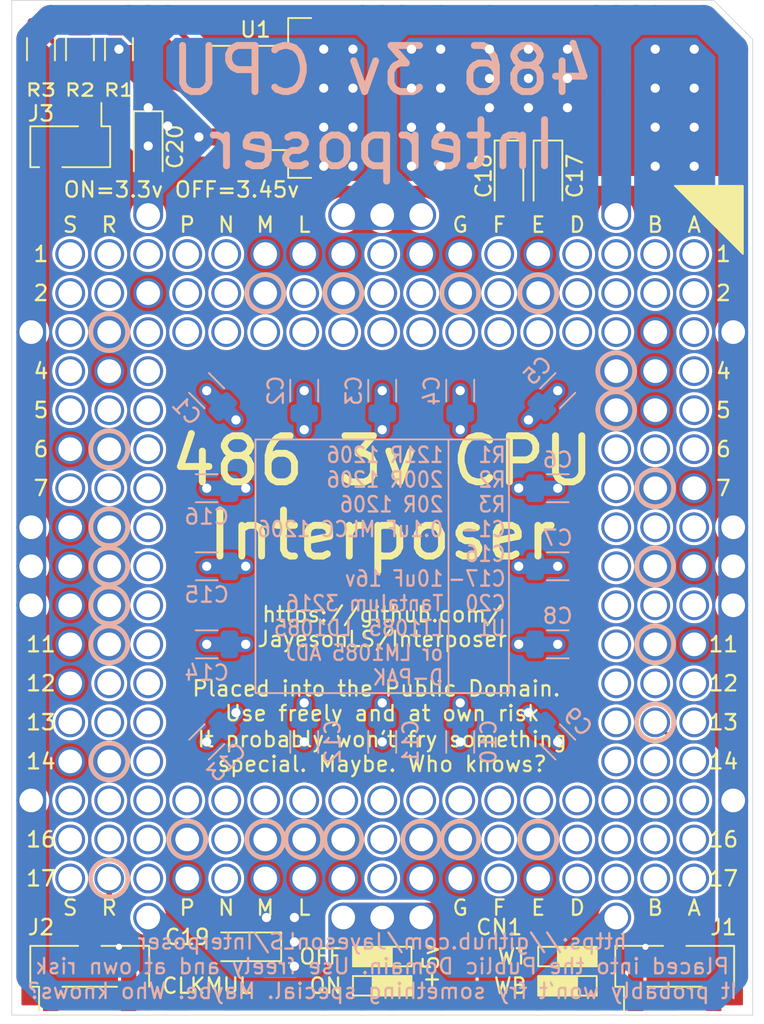
<source format=kicad_pcb>
(kicad_pcb (version 20171130) (host pcbnew "(5.1.9)-1")
  (layers (0 F.Cu signal) (31 B.Cu signal) (34 B.Paste user) (35 F.Paste user) (36 B.SilkS user) (37 F.SilkS user) (38 B.Mask user) (39 F.Mask user) (44 Edge.Cuts user))
  (net 0 "")
  (net 1 VSS)
  (net 2 VCC)
  (net 3 WB_~WT)
  (net 4 CLKMUL)
  (net 5 +5V)
  (net 6 "Net-(J3-Pad1)")
  (net 7 "Net-(R1-Pad2)")
  (module Connector_Wire:SolderWirePad_1x01_SMD_1x2mm (layer F.Cu) (at 162.56 107.696)
    (fp_text reference CN1 (at 2.54 -2.921 180) (layer F.SilkS))
    (fp_text value "+5v External")
    (pad 1 smd roundrect (at 0 -0.635) (size 2 5) (layers F.Cu F.Mask) (net 5 +5V))
  )
  (module Connector_PinHeader_2.54mm:PinHeader_1x03_P2.54mm_Vertical_SMD_Pin1Left (layer F.Cu) (at 176.53 107.315 90)
    (fp_text reference J1 (at 2.54 3.175) (layer F.SilkS))
    (fp_text value WB/~WT)
    (pad 2 smd rect (at 1.655 0 90) (size 2.51 1) (layers F.Cu F.Paste F.Mask) (net 3 WB_~WT))
    (pad 3 smd rect (at -1.655 2.54 90) (size 2.51 1) (layers F.Cu F.Paste F.Mask) (net 1 VSS))
    (pad 1 smd rect (at -1.655 -2.54 90) (size 2.51 1) (layers F.Cu F.Paste F.Mask) (net 2 VCC))
  )
  (module Resistor_SMD:R_1206_3216Metric (layer F.Cu) (at 137.795 47.625 270)
    (fp_text reference R2 (at 2.667 0 180) (layer F.SilkS) (effects (font (size 0.8 1))))
    (fp_text value 200R)
    (pad 2 smd roundrect (at 1.4625 0 270) (size 1.125 1.75) (layers F.Cu F.Paste F.Mask) (roundrect_rratio 0.2222204444444444) (net 6 "Net-(J3-Pad1)"))
    (pad 1 smd roundrect (at -1.4625 0 270) (size 1.125 1.75) (layers F.Cu F.Paste F.Mask) (roundrect_rratio 0.2222204444444444) (net 7 "Net-(R1-Pad2)"))
  )
  (module Connector_PinHeader_2.54mm:PinHeader_1x03_P2.54mm_Vertical_SMD_Pin1Left (layer F.Cu) (at 138.43 107.315 90)
    (fp_text reference J2 (at 2.54 -3.175 180) (layer F.SilkS))
    (fp_text value CLKMUL)
    (pad 2 smd rect (at 1.655 0 90) (size 2.51 1) (layers F.Cu F.Paste F.Mask) (net 4 CLKMUL))
    (pad 3 smd rect (at -1.655 2.54 90) (size 2.51 1) (layers F.Cu F.Paste F.Mask) (net 2 VCC))
    (pad 1 smd rect (at -1.655 -2.54 90) (size 2.51 1) (layers F.Cu F.Paste F.Mask) (net 1 VSS))
  )
  (module Package_TO_SOT_SMD:TO-263-3_TabPin2 (layer F.Cu) (at 154.305 50.8)
    (fp_text reference U1 (at -5.08 -4.445) (layer F.SilkS))
    (fp_text value LT1085-ADJ)
    (pad 2 smd rect (at 3.375 0) (size 9.4 10.8) (layers F.Cu F.Mask) (net 2 VCC))
    (pad 3 smd rect (at -5.775 2.54) (size 4.6 1.1) (layers F.Cu F.Paste F.Mask) (net 5 +5V))
    (pad 2 smd rect (at -5.775 0) (size 4.6 1.1) (layers F.Cu F.Paste F.Mask) (net 2 VCC))
    (pad 1 smd rect (at -5.775 -2.54) (size 4.6 1.1) (layers F.Cu F.Paste F.Mask) (net 7 "Net-(R1-Pad2)"))
  )
  (module Resistor_SMD:R_1206_3216Metric (layer F.Cu) (at 135.255 47.625 270)
    (fp_text reference R3 (at 2.667 0 180) (layer F.SilkS) (effects (font (size 0.8 1))))
    (fp_text value 12R)
    (pad 2 smd roundrect (at 1.4625 0 270) (size 1.125 1.75) (layers F.Cu F.Paste F.Mask) (roundrect_rratio 0.2222204444444444) (net 1 VSS))
    (pad 1 smd roundrect (at -1.4625 0 270) (size 1.125 1.75) (layers F.Cu F.Paste F.Mask) (roundrect_rratio 0.2222204444444444) (net 6 "Net-(J3-Pad1)"))
  )
  (module Resistor_SMD:R_1206_3216Metric (layer F.Cu) (at 140.335 47.625 90)
    (fp_text reference R1 (at -2.667 0 180) (layer F.SilkS) (effects (font (size 0.8 1))))
    (fp_text value 121R)
    (pad 2 smd roundrect (at 1.4625 0 90) (size 1.125 1.75) (layers F.Cu F.Paste F.Mask) (roundrect_rratio 0.2222204444444444) (net 7 "Net-(R1-Pad2)"))
    (pad 1 smd roundrect (at -1.4625 0 90) (size 1.125 1.75) (layers F.Cu F.Paste F.Mask) (roundrect_rratio 0.2222204444444444) (net 2 VCC))
  )
  (module Connector_PinHeader_2.54mm:PinHeader_1x02_P2.54mm_Vertical_SMD_Pin1Left (layer F.Cu) (at 137.16 53.975 270)
    (fp_text reference J3 (at -2.159 1.905 180) (layer F.SilkS))
    (fp_text value "V Select")
    (pad 2 smd rect (at 1.655 1.27 270) (size 2.51 1) (layers F.Cu F.Paste F.Mask) (net 1 VSS))
    (pad 1 smd rect (at -1.655 -1.27 270) (size 2.51 1) (layers F.Cu F.Paste F.Mask) (net 6 "Net-(J3-Pad1)"))
  )
  (module Capacitor_Tantalum_SMD:CP_EIA-3216-10_Kemet-I (layer F.Cu) (at 142.24 53.975 270)
    (fp_text reference C20 (at 0 -1.75 90) (layer F.SilkS))
    (fp_text value 10uF)
    (pad 2 smd roundrect (at 1.35 0 270) (size 1.4 1.35) (layers F.Cu F.Paste F.Mask) (roundrect_rratio 0.1851844444444445) (net 1 VSS))
    (pad 1 smd roundrect (at -1.35 0 270) (size 1.4 1.35) (layers F.Cu F.Paste F.Mask) (roundrect_rratio 0.1851844444444445) (net 5 +5V))
  )
  (module Capacitor_Tantalum_SMD:CP_EIA-3216-10_Kemet-I (layer F.Cu) (at 148.59 106.045 180)
    (fp_text reference C19 (at 3.81 0.635) (layer F.SilkS))
    (fp_text value 10uF)
    (pad 2 smd roundrect (at 1.35 0 180) (size 1.4 1.35) (layers F.Cu F.Paste F.Mask) (roundrect_rratio 0.1851844444444445) (net 1 VSS))
    (pad 1 smd roundrect (at -1.35 0 180) (size 1.4 1.35) (layers F.Cu F.Paste F.Mask) (roundrect_rratio 0.1851844444444445) (net 2 VCC))
  )
  (module Capacitor_Tantalum_SMD:CP_EIA-3216-10_Kemet-I (layer F.Cu) (at 165.735 55.88 270)
    (fp_text reference C18 (at 0 1.651 90) (layer F.SilkS))
    (fp_text value 10uF)
    (pad 2 smd roundrect (at 1.35 0 270) (size 1.4 1.35) (layers F.Cu F.Paste F.Mask) (roundrect_rratio 0.1851844444444445) (net 1 VSS))
    (pad 1 smd roundrect (at -1.35 0 270) (size 1.4 1.35) (layers F.Cu F.Paste F.Mask) (roundrect_rratio 0.1851844444444445) (net 2 VCC))
  )
  (module Capacitor_Tantalum_SMD:CP_EIA-3216-10_Kemet-I (layer F.Cu) (at 168.275 55.88 270)
    (fp_text reference C17 (at 0 -1.75 90) (layer F.SilkS))
    (fp_text value 10uF)
    (pad 2 smd roundrect (at 1.35 0 270) (size 1.4 1.35) (layers F.Cu F.Paste F.Mask) (roundrect_rratio 0.1851844444444445) (net 1 VSS))
    (pad 1 smd roundrect (at -1.35 0 270) (size 1.4 1.35) (layers F.Cu F.Paste F.Mask) (roundrect_rratio 0.1851844444444445) (net 2 VCC))
  )
  (module Capacitor_SMD:C_1206_3216Metric (layer B.Cu) (at 157.48 92.71 90)
    (fp_text reference C11 (at 0 1.85 270) (layer B.SilkS) (effects (justify mirror)))
    (fp_text value 0.1uF)
    (pad 1 smd roundrect (at -1.475 0 90) (size 1.15 1.8) (layers B.Cu B.Paste B.Mask) (roundrect_rratio 0.2173904347826087) (net 2 VCC))
    (pad 2 smd roundrect (at 1.475 0 90) (size 1.15 1.8) (layers B.Cu B.Paste B.Mask) (roundrect_rratio 0.2173904347826087) (net 1 VSS))
  )
  (module Capacitor_SMD:C_1206_3216Metric (layer B.Cu) (at 162.56 92.71 90)
    (fp_text reference C10 (at 0 1.85 270) (layer B.SilkS) (effects (justify mirror)))
    (fp_text value 0.1uF)
    (pad 1 smd roundrect (at -1.475 0 90) (size 1.15 1.8) (layers B.Cu B.Paste B.Mask) (roundrect_rratio 0.2173904347826087) (net 2 VCC))
    (pad 2 smd roundrect (at 1.475 0 90) (size 1.15 1.8) (layers B.Cu B.Paste B.Mask) (roundrect_rratio 0.2173904347826087) (net 1 VSS))
  )
  (module Capacitor_SMD:C_1206_3216Metric (layer B.Cu) (at 152.4 92.71 90)
    (fp_text reference C12 (at 0 1.85 270) (layer B.SilkS) (effects (justify mirror)))
    (fp_text value 0.1uF)
    (pad 2 smd roundrect (at 1.475 0 90) (size 1.15 1.8) (layers B.Cu B.Paste B.Mask) (roundrect_rratio 0.2173904347826087) (net 1 VSS))
    (pad 1 smd roundrect (at -1.475 0 90) (size 1.15 1.8) (layers B.Cu B.Paste B.Mask) (roundrect_rratio 0.2173904347826087) (net 2 VCC))
  )
  (module Capacitor_SMD:C_1206_3216Metric (layer B.Cu) (at 152.4 69.85 270)
    (fp_text reference C2 (at 0 1.85 270) (layer B.SilkS) (effects (justify mirror)))
    (fp_text value 0.1uF)
    (pad 2 smd roundrect (at 1.475 0 270) (size 1.15 1.8) (layers B.Cu B.Paste B.Mask) (roundrect_rratio 0.2173904347826087) (net 1 VSS))
    (pad 1 smd roundrect (at -1.475 0 270) (size 1.15 1.8) (layers B.Cu B.Paste B.Mask) (roundrect_rratio 0.2173904347826087) (net 2 VCC))
  )
  (module Capacitor_SMD:C_1206_3216Metric (layer B.Cu) (at 157.48 69.85 270)
    (fp_text reference C3 (at 0 1.85 270) (layer B.SilkS) (effects (justify mirror)))
    (fp_text value 0.1uF)
    (pad 1 smd roundrect (at -1.475 0 270) (size 1.15 1.8) (layers B.Cu B.Paste B.Mask) (roundrect_rratio 0.2173904347826087) (net 2 VCC))
    (pad 2 smd roundrect (at 1.475 0 270) (size 1.15 1.8) (layers B.Cu B.Paste B.Mask) (roundrect_rratio 0.2173904347826087) (net 1 VSS))
  )
  (module Capacitor_SMD:C_1206_3216Metric (layer B.Cu) (at 162.56 69.85 270)
    (fp_text reference C4 (at 0 1.85 270) (layer B.SilkS) (effects (justify mirror)))
    (fp_text value 0.1uF)
    (pad 2 smd roundrect (at 1.475 0 270) (size 1.15 1.8) (layers B.Cu B.Paste B.Mask) (roundrect_rratio 0.2173904347826087) (net 1 VSS))
    (pad 1 smd roundrect (at -1.475 0 270) (size 1.15 1.8) (layers B.Cu B.Paste B.Mask) (roundrect_rratio 0.2173904347826087) (net 2 VCC))
  )
  (module Capacitor_SMD:C_1206_3216Metric (layer B.Cu) (at 168.91 81.28 180)
    (fp_text reference C7 (at 0 1.85) (layer B.SilkS) (effects (justify mirror)))
    (fp_text value 0.1uF)
    (pad 1 smd roundrect (at -1.475 0 180) (size 1.15 1.8) (layers B.Cu B.Paste B.Mask) (roundrect_rratio 0.2173904347826087) (net 2 VCC))
    (pad 2 smd roundrect (at 1.475 0 180) (size 1.15 1.8) (layers B.Cu B.Paste B.Mask) (roundrect_rratio 0.2173904347826087) (net 1 VSS))
  )
  (module Capacitor_SMD:C_1206_3216Metric (layer B.Cu) (at 168.91 76.2 180)
    (fp_text reference C6 (at 0 1.85) (layer B.SilkS) (effects (justify mirror)))
    (fp_text value 0.1uF)
    (pad 1 smd roundrect (at -1.475 0 180) (size 1.15 1.8) (layers B.Cu B.Paste B.Mask) (roundrect_rratio 0.2173904347826087) (net 2 VCC))
    (pad 2 smd roundrect (at 1.475 0 180) (size 1.15 1.8) (layers B.Cu B.Paste B.Mask) (roundrect_rratio 0.2173904347826087) (net 1 VSS))
  )
  (module Capacitor_SMD:C_1206_3216Metric (layer B.Cu) (at 168.91 86.36 180)
    (fp_text reference C8 (at 0 1.85) (layer B.SilkS) (effects (justify mirror)))
    (fp_text value 0.1uF)
    (pad 2 smd roundrect (at 1.475 0 180) (size 1.15 1.8) (layers B.Cu B.Paste B.Mask) (roundrect_rratio 0.2173904347826087) (net 1 VSS))
    (pad 1 smd roundrect (at -1.475 0 180) (size 1.15 1.8) (layers B.Cu B.Paste B.Mask) (roundrect_rratio 0.2173904347826087) (net 2 VCC))
  )
  (module Capacitor_SMD:C_1206_3216Metric (layer B.Cu) (at 146.05 86.36)
    (fp_text reference C14 (at 0 1.85) (layer B.SilkS) (effects (justify mirror)))
    (fp_text value 0.1uF)
    (pad 2 smd roundrect (at 1.475 0) (size 1.15 1.8) (layers B.Cu B.Paste B.Mask) (roundrect_rratio 0.2173904347826087) (net 1 VSS))
    (pad 1 smd roundrect (at -1.475 0) (size 1.15 1.8) (layers B.Cu B.Paste B.Mask) (roundrect_rratio 0.2173904347826087) (net 2 VCC))
  )
  (module Capacitor_SMD:C_1206_3216Metric (layer B.Cu) (at 146.05 76.2)
    (fp_text reference C16 (at 0 1.85) (layer B.SilkS) (effects (justify mirror)))
    (fp_text value 0.1uF)
    (pad 1 smd roundrect (at -1.475 0) (size 1.15 1.8) (layers B.Cu B.Paste B.Mask) (roundrect_rratio 0.2173904347826087) (net 2 VCC))
    (pad 2 smd roundrect (at 1.475 0) (size 1.15 1.8) (layers B.Cu B.Paste B.Mask) (roundrect_rratio 0.2173904347826087) (net 1 VSS))
  )
  (module Capacitor_SMD:C_1206_3216Metric (layer B.Cu) (at 146.05 81.28)
    (fp_text reference C15 (at 0 1.85) (layer B.SilkS) (effects (justify mirror)))
    (fp_text value 0.1uF)
    (pad 2 smd roundrect (at 1.475 0) (size 1.15 1.8) (layers B.Cu B.Paste B.Mask) (roundrect_rratio 0.2173904347826087) (net 1 VSS))
    (pad 1 smd roundrect (at -1.475 0) (size 1.15 1.8) (layers B.Cu B.Paste B.Mask) (roundrect_rratio 0.2173904347826087) (net 2 VCC))
  )
  (module Capacitor_SMD:C_1206_3216Metric (layer B.Cu) (at 168.91 69.85 225)
    (fp_text reference C5 (at 0 1.850001 225) (layer B.SilkS) (effects (justify mirror)))
    (fp_text value 0.1uF)
    (pad 1 smd roundrect (at -1.475 0 225) (size 1.15 1.8) (layers B.Cu B.Paste B.Mask) (roundrect_rratio 0.2173904347826087) (net 2 VCC))
    (pad 2 smd roundrect (at 1.475 0 225) (size 1.15 1.8) (layers B.Cu B.Paste B.Mask) (roundrect_rratio 0.2173904347826087) (net 1 VSS))
  )
  (module Capacitor_SMD:C_1206_3216Metric (layer B.Cu) (at 168.91 92.71 135)
    (fp_text reference C9 (at 0 1.850001 315) (layer B.SilkS) (effects (justify mirror)))
    (fp_text value 0.1uF)
    (pad 2 smd roundrect (at 1.475 0 135) (size 1.15 1.8) (layers B.Cu B.Paste B.Mask) (roundrect_rratio 0.2173904347826087) (net 1 VSS))
    (pad 1 smd roundrect (at -1.475 0 135) (size 1.15 1.8) (layers B.Cu B.Paste B.Mask) (roundrect_rratio 0.2173904347826087) (net 2 VCC))
  )
  (module Capacitor_SMD:C_1206_3216Metric (layer B.Cu) (at 146.05 92.71 45)
    (fp_text reference C13 (at 0 1.850001 225) (layer B.SilkS) (effects (justify mirror)))
    (fp_text value 0.1uF)
    (pad 1 smd roundrect (at -1.475 0 45) (size 1.15 1.8) (layers B.Cu B.Paste B.Mask) (roundrect_rratio 0.2173904347826087) (net 2 VCC))
    (pad 2 smd roundrect (at 1.475 0 45) (size 1.15 1.8) (layers B.Cu B.Paste B.Mask) (roundrect_rratio 0.2173904347826087) (net 1 VSS))
  )
  (module Capacitor_SMD:C_1206_3216Metric (layer B.Cu) (at 146.05 69.85 315)
    (fp_text reference C1 (at 0 1.850001 315) (layer B.SilkS) (effects (justify mirror)))
    (fp_text value 0.1uF)
    (pad 2 smd roundrect (at 1.475 0 315) (size 1.15 1.8) (layers B.Cu B.Paste B.Mask) (roundrect_rratio 0.2173904347826087) (net 1 VSS))
    (pad 1 smd roundrect (at -1.475 0 315) (size 1.15 1.8) (layers B.Cu B.Paste B.Mask) (roundrect_rratio 0.2173904347826087) (net 2 VCC))
  )
  (module 00Custom:MachinePinHole (layer F.Cu) (at 134.62 96.52)
    (fp_text reference HSS15)
    (fp_text value ???)
    (pad 1 thru_hole circle (at 0 0) (size 1.94 1.94) (drill 1.54) (layers *.Cu *.Mask) (net 5 +5V))
  )
  (module 00Custom:MachinePinHole (layer F.Cu) (at 134.62 83.82)
    (fp_text reference HSS10)
    (fp_text value ???)
    (pad 1 thru_hole circle (at 0 0) (size 1.94 1.94) (drill 1.54) (layers *.Cu *.Mask) (net 5 +5V))
  )
  (module 00Custom:MachinePinHole (layer F.Cu) (at 134.62 81.28)
    (fp_text reference HSS9)
    (fp_text value ???)
    (pad 1 thru_hole circle (at 0 0) (size 1.94 1.94) (drill 1.54) (layers *.Cu *.Mask) (net 5 +5V))
  )
  (module 00Custom:MachinePinHole (layer F.Cu) (at 134.62 78.74)
    (fp_text reference HSS8)
    (fp_text value ???)
    (pad 1 thru_hole circle (at 0 0) (size 1.94 1.94) (drill 1.54) (layers *.Cu *.Mask) (net 5 +5V))
  )
  (module 00Custom:MachinePinHole (layer F.Cu) (at 134.62 66.04)
    (fp_text reference HSS3)
    (fp_text value ???)
    (pad 1 thru_hole circle (at 0 0) (size 1.94 1.94) (drill 1.54) (layers *.Cu *.Mask) (net 5 +5V))
  )
  (module 00Custom:MachinePinHole (layer F.Cu) (at 142.24 104.14)
    (fp_text reference HQ18)
    (fp_text value ???)
    (pad 1 thru_hole circle (at 0 0) (size 1.94 1.94) (drill 1.54) (layers *.Cu *.Mask) (net 5 +5V))
  )
  (module 00Custom:MachinePinHole (layer F.Cu) (at 142.24 58.42)
    (fp_text reference HQ0)
    (fp_text value ???)
    (pad 1 thru_hole circle (at 0 0) (size 1.94 1.94) (drill 1.54) (layers *.Cu *.Mask) (net 5 +5V))
  )
  (module 00Custom:MachinePinHole (layer F.Cu) (at 154.94 104.14)
    (fp_text reference HK18)
    (fp_text value ???)
    (pad 1 thru_hole circle (at 0 0) (size 1.94 1.94) (drill 1.54) (layers *.Cu *.Mask) (net 5 +5V))
  )
  (module 00Custom:MachinePinHole (layer F.Cu) (at 154.94 58.42)
    (fp_text reference HK0)
    (fp_text value ???)
    (pad 1 thru_hole circle (at 0 0) (size 1.94 1.94) (drill 1.54) (layers *.Cu *.Mask) (net 5 +5V))
  )
  (module 00Custom:MachinePinHole (layer F.Cu) (at 157.48 104.14)
    (fp_text reference HJ18)
    (fp_text value ???)
    (pad 1 thru_hole circle (at 0 0) (size 1.94 1.94) (drill 1.54) (layers *.Cu *.Mask) (net 5 +5V))
  )
  (module 00Custom:MachinePinHole (layer F.Cu) (at 157.48 58.42)
    (fp_text reference HJ0)
    (fp_text value ???)
    (pad 1 thru_hole circle (at 0 0) (size 1.94 1.94) (drill 1.54) (layers *.Cu *.Mask) (net 5 +5V))
  )
  (module 00Custom:MachinePinHole (layer F.Cu) (at 160.02 104.14)
    (fp_text reference HH18)
    (fp_text value ???)
    (pad 1 thru_hole circle (at 0 0) (size 1.94 1.94) (drill 1.54) (layers *.Cu *.Mask) (net 5 +5V))
  )
  (module 00Custom:MachinePinHole (layer F.Cu) (at 160.02 58.42)
    (fp_text reference HH0)
    (fp_text value ???)
    (pad 1 thru_hole circle (at 0 0) (size 1.94 1.94) (drill 1.54) (layers *.Cu *.Mask) (net 5 +5V))
  )
  (module 00Custom:MachinePinHole (layer F.Cu) (at 172.72 104.14)
    (fp_text reference HC18)
    (fp_text value ???)
    (pad 1 thru_hole circle (at 0 0) (size 1.94 1.94) (drill 1.54) (layers *.Cu *.Mask) (net 5 +5V))
  )
  (module 00Custom:MachinePinHole (layer F.Cu) (at 172.72 58.42)
    (fp_text reference HC0)
    (fp_text value ???)
    (pad 1 thru_hole circle (at 0 0) (size 1.94 1.94) (drill 1.54) (layers *.Cu *.Mask) (net 5 +5V))
  )
  (module 00Custom:MachinePinHole (layer F.Cu) (at 180.34 96.52)
    (fp_text reference HAA15)
    (fp_text value ???)
    (pad 1 thru_hole circle (at 0 0) (size 1.94 1.94) (drill 1.54) (layers *.Cu *.Mask) (net 5 +5V))
  )
  (module 00Custom:MachinePinHole (layer F.Cu) (at 180.34 83.82)
    (fp_text reference HAA10)
    (fp_text value ???)
    (pad 1 thru_hole circle (at 0 0) (size 1.94 1.94) (drill 1.54) (layers *.Cu *.Mask) (net 5 +5V))
  )
  (module 00Custom:MachinePinHole (layer F.Cu) (at 180.34 81.28)
    (fp_text reference HAA9)
    (fp_text value ???)
    (pad 1 thru_hole circle (at 0 0) (size 1.94 1.94) (drill 1.54) (layers *.Cu *.Mask) (net 5 +5V))
  )
  (module 00Custom:MachinePinHole (layer F.Cu) (at 180.34 78.74)
    (fp_text reference HAA8)
    (fp_text value ??)
    (pad 1 thru_hole circle (at 0 0) (size 1.94 1.94) (drill 1.54) (layers *.Cu *.Mask) (net 5 +5V))
  )
  (module 00Custom:MachinePinHole (layer F.Cu) (at 180.34 66.04)
    (fp_text reference HAA3)
    (fp_text value ???)
    (pad 1 thru_hole circle (at 0 0) (size 1.94 1.94) (drill 1.54) (layers *.Cu *.Mask) (net 5 +5V))
  )
  (module 00Custom:MachinePinHoleHighlighted (layer F.Cu) (at 139.7 101.6)
    (fp_text reference HR17)
    (fp_text value ???)
    (pad 1 thru_hole circle (at 0 0) (size 1.94 1.94) (drill 1.54) (layers *.Cu *.Mask) (net 4 CLKMUL))
  )
  (module 00Custom:MachinePinHoleHighlighted (layer F.Cu) (at 139.7 93.98)
    (fp_text reference HR14)
    (fp_text value ???)
    (pad 1 thru_hole circle (at 0 0) (size 1.94 1.94) (drill 1.54) (layers *.Cu *.Mask) (net 2 VCC))
  )
  (module 00Custom:MachinePinHoleHighlighted (layer F.Cu) (at 139.7 86.36)
    (fp_text reference HR11)
    (fp_text value ???)
    (pad 1 thru_hole circle (at 0 0) (size 1.94 1.94) (drill 1.54) (layers *.Cu *.Mask) (net 2 VCC))
  )
  (module 00Custom:MachinePinHoleHighlighted (layer F.Cu) (at 139.7 83.82)
    (fp_text reference HR10)
    (fp_text value ???)
    (pad 1 thru_hole circle (at 0 0) (size 1.94 1.94) (drill 1.54) (layers *.Cu *.Mask) (net 2 VCC))
  )
  (module 00Custom:MachinePinHoleHighlighted (layer F.Cu) (at 139.7 81.28)
    (fp_text reference HR9)
    (fp_text value ???)
    (pad 1 thru_hole circle (at 0 0) (size 1.94 1.94) (drill 1.54) (layers *.Cu *.Mask) (net 2 VCC))
  )
  (module 00Custom:MachinePinHoleHighlighted (layer F.Cu) (at 139.7 78.74)
    (fp_text reference HR8)
    (fp_text value ???)
    (pad 1 thru_hole circle (at 0 0) (size 1.94 1.94) (drill 1.54) (layers *.Cu *.Mask) (net 2 VCC))
  )
  (module 00Custom:MachinePinHoleHighlighted (layer F.Cu) (at 139.7 73.66)
    (fp_text reference HR6)
    (fp_text value ???)
    (pad 1 thru_hole circle (at 0 0) (size 1.94 1.94) (drill 1.54) (layers *.Cu *.Mask) (net 2 VCC))
  )
  (module 00Custom:MachinePinHoleHighlighted (layer F.Cu) (at 139.7 66.04)
    (fp_text reference HR3)
    (fp_text value ???)
    (pad 1 thru_hole circle (at 0 0) (size 1.94 1.94) (drill 1.54) (layers *.Cu *.Mask) (net 2 VCC))
  )
  (module 00Custom:MachinePinHoleHighlighted (layer F.Cu) (at 144.78 99.06)
    (fp_text reference HP16)
    (fp_text value ???)
    (pad 1 thru_hole circle (at 0 0) (size 1.94 1.94) (drill 1.54) (layers *.Cu *.Mask) (net 2 VCC))
  )
  (module 00Custom:MachinePinHoleHighlighted (layer F.Cu) (at 149.86 99.06)
    (fp_text reference HM16)
    (fp_text value ???)
    (pad 1 thru_hole circle (at 0 0) (size 1.94 1.94) (drill 1.54) (layers *.Cu *.Mask) (net 2 VCC))
  )
  (module 00Custom:MachinePinHoleHighlighted (layer F.Cu) (at 149.86 63.5)
    (fp_text reference HM2)
    (fp_text value ???)
    (pad 1 thru_hole circle (at 0 0) (size 1.94 1.94) (drill 1.54) (layers *.Cu *.Mask) (net 2 VCC))
  )
  (module 00Custom:MachinePinHoleHighlighted (layer F.Cu) (at 152.4 99.06)
    (fp_text reference HL16)
    (fp_text value ???)
    (pad 1 thru_hole circle (at 0 0) (size 1.94 1.94) (drill 1.54) (layers *.Cu *.Mask) (net 2 VCC))
  )
  (module 00Custom:MachinePinHoleHighlighted (layer F.Cu) (at 154.94 99.06)
    (fp_text reference HK16)
    (fp_text value ???)
    (pad 1 thru_hole circle (at 0 0) (size 1.94 1.94) (drill 1.54) (layers *.Cu *.Mask) (net 2 VCC))
  )
  (module 00Custom:MachinePinHoleHighlighted (layer F.Cu) (at 154.94 63.5)
    (fp_text reference HK2)
    (fp_text value ???)
    (pad 1 thru_hole circle (at 0 0) (size 1.94 1.94) (drill 1.54) (layers *.Cu *.Mask) (net 2 VCC))
  )
  (module 00Custom:MachinePinHoleHighlighted (layer F.Cu) (at 160.02 99.06)
    (fp_text reference HH16)
    (fp_text value ???)
    (pad 1 thru_hole circle (at 0 0) (size 1.94 1.94) (drill 1.54) (layers *.Cu *.Mask) (net 2 VCC))
  )
  (module 00Custom:MachinePinHoleHighlighted (layer F.Cu) (at 162.56 99.06)
    (fp_text reference HG16)
    (fp_text value ???)
    (pad 1 thru_hole circle (at 0 0) (size 1.94 1.94) (drill 1.54) (layers *.Cu *.Mask) (net 2 VCC))
  )
  (module 00Custom:MachinePinHoleHighlighted (layer F.Cu) (at 162.56 63.5)
    (fp_text reference HG2)
    (fp_text value ???)
    (pad 1 thru_hole circle (at 0 0) (size 1.94 1.94) (drill 1.54) (layers *.Cu *.Mask) (net 2 VCC))
  )
  (module 00Custom:MachinePinHoleHighlighted (layer F.Cu) (at 167.64 99.06)
    (fp_text reference HE16)
    (fp_text value ???)
    (pad 1 thru_hole circle (at 0 0) (size 1.94 1.94) (drill 1.54) (layers *.Cu *.Mask) (net 2 VCC))
  )
  (module 00Custom:MachinePinHoleHighlighted (layer F.Cu) (at 167.64 63.5)
    (fp_text reference HE2)
    (fp_text value ???)
    (pad 1 thru_hole circle (at 0 0) (size 1.94 1.94) (drill 1.54) (layers *.Cu *.Mask) (net 2 VCC))
  )
  (module 00Custom:MachinePinHoleHighlighted (layer F.Cu) (at 172.72 71.12)
    (fp_text reference HC5)
    (fp_text value ???)
    (pad 1 thru_hole circle (at 0 0) (size 1.94 1.94) (drill 1.54) (layers *.Cu *.Mask) (net 2 VCC))
  )
  (module 00Custom:MachinePinHoleHighlighted (layer F.Cu) (at 172.72 68.58)
    (fp_text reference HC4)
    (fp_text value ???)
    (pad 1 thru_hole circle (at 0 0) (size 1.94 1.94) (drill 1.54) (layers *.Cu *.Mask) (net 2 VCC))
  )
  (module 00Custom:MachinePinHoleHighlighted (layer F.Cu) (at 175.26 91.44)
    (fp_text reference HB13)
    (fp_text value WB/~WT)
    (pad 1 thru_hole circle (at 0 0) (size 1.94 1.94) (drill 1.54) (layers *.Cu *.Mask) (net 3 WB_~WT))
  )
  (module 00Custom:MachinePinHoleHighlighted (layer F.Cu) (at 175.26 86.36)
    (fp_text reference HB11)
    (fp_text value ???)
    (pad 1 thru_hole circle (at 0 0) (size 1.94 1.94) (drill 1.54) (layers *.Cu *.Mask) (net 2 VCC))
  )
  (module 00Custom:MachinePinHoleHighlighted (layer F.Cu) (at 175.26 81.28)
    (fp_text reference HB9)
    (fp_text value ???)
    (pad 1 thru_hole circle (at 0 0) (size 1.94 1.94) (drill 1.54) (layers *.Cu *.Mask) (net 2 VCC))
  )
  (module 00Custom:MachinePinHoleHighlighted (layer F.Cu) (at 175.26 76.2)
    (fp_text reference HB7)
    (fp_text value ???)
    (pad 1 thru_hole circle (at 0 0) (size 1.94 1.94) (drill 1.54) (layers *.Cu *.Mask) (net 2 VCC))
  )
  (module 00Custom:MachinePinHole (layer F.Cu) (at 137.16 101.6)
    (fp_text reference HS17)
    (fp_text value ???)
    (pad 1 thru_hole circle (at 0 0) (size 1.94 1.94) (drill 1.54) (layers *.Cu *.Mask))
  )
  (module 00Custom:MachinePinHole (layer F.Cu) (at 137.16 99.06)
    (fp_text reference HS16)
    (fp_text value ???)
    (pad 1 thru_hole circle (at 0 0) (size 1.94 1.94) (drill 1.54) (layers *.Cu *.Mask))
  )
  (module 00Custom:MachinePinHole (layer F.Cu) (at 137.16 96.52)
    (fp_text reference HS15)
    (fp_text value ???)
    (pad 1 thru_hole circle (at 0 0) (size 1.94 1.94) (drill 1.54) (layers *.Cu *.Mask))
  )
  (module 00Custom:MachinePinHole (layer F.Cu) (at 137.16 93.98)
    (fp_text reference HS14)
    (fp_text value ???)
    (pad 1 thru_hole circle (at 0 0) (size 1.94 1.94) (drill 1.54) (layers *.Cu *.Mask) (net 1 VSS))
  )
  (module 00Custom:MachinePinHole (layer F.Cu) (at 137.16 91.44)
    (fp_text reference HS13)
    (fp_text value ???)
    (pad 1 thru_hole circle (at 0 0) (size 1.94 1.94) (drill 1.54) (layers *.Cu *.Mask))
  )
  (module 00Custom:MachinePinHole (layer F.Cu) (at 137.16 88.9)
    (fp_text reference HS12)
    (fp_text value ???)
    (pad 1 thru_hole circle (at 0 0) (size 1.94 1.94) (drill 1.54) (layers *.Cu *.Mask) (net 1 VSS))
  )
  (module 00Custom:MachinePinHole (layer F.Cu) (at 137.16 86.36)
    (fp_text reference HS11)
    (fp_text value ???)
    (pad 1 thru_hole circle (at 0 0) (size 1.94 1.94) (drill 1.54) (layers *.Cu *.Mask) (net 1 VSS))
  )
  (module 00Custom:MachinePinHole (layer F.Cu) (at 137.16 83.82)
    (fp_text reference HS10)
    (fp_text value ???)
    (pad 1 thru_hole circle (at 0 0) (size 1.94 1.94) (drill 1.54) (layers *.Cu *.Mask) (net 1 VSS))
  )
  (module 00Custom:MachinePinHole (layer F.Cu) (at 137.16 81.28)
    (fp_text reference HS9)
    (fp_text value ???)
    (pad 1 thru_hole circle (at 0 0) (size 1.94 1.94) (drill 1.54) (layers *.Cu *.Mask) (net 1 VSS))
  )
  (module 00Custom:MachinePinHole (layer F.Cu) (at 137.16 78.74)
    (fp_text reference HS8)
    (fp_text value ???)
    (pad 1 thru_hole circle (at 0 0) (size 1.94 1.94) (drill 1.54) (layers *.Cu *.Mask) (net 1 VSS))
  )
  (module 00Custom:MachinePinHole (layer F.Cu) (at 137.16 76.2)
    (fp_text reference HS7)
    (fp_text value ???)
    (pad 1 thru_hole circle (at 0 0) (size 1.94 1.94) (drill 1.54) (layers *.Cu *.Mask))
  )
  (module 00Custom:MachinePinHole (layer F.Cu) (at 137.16 73.66)
    (fp_text reference HS6)
    (fp_text value ???)
    (pad 1 thru_hole circle (at 0 0) (size 1.94 1.94) (drill 1.54) (layers *.Cu *.Mask) (net 1 VSS))
  )
  (module 00Custom:MachinePinHole (layer F.Cu) (at 137.16 71.12)
    (fp_text reference HS5)
    (fp_text value ???)
    (pad 1 thru_hole circle (at 0 0) (size 1.94 1.94) (drill 1.54) (layers *.Cu *.Mask))
  )
  (module 00Custom:MachinePinHole (layer F.Cu) (at 137.16 68.58)
    (fp_text reference HS4)
    (fp_text value ???)
    (pad 1 thru_hole circle (at 0 0) (size 1.94 1.94) (drill 1.54) (layers *.Cu *.Mask))
  )
  (module 00Custom:MachinePinHole (layer F.Cu) (at 137.16 66.04)
    (fp_text reference HS3)
    (fp_text value ???)
    (pad 1 thru_hole circle (at 0 0) (size 1.94 1.94) (drill 1.54) (layers *.Cu *.Mask))
  )
  (module 00Custom:MachinePinHole (layer F.Cu) (at 137.16 63.5)
    (fp_text reference HS2)
    (fp_text value ???)
    (pad 1 thru_hole circle (at 0 0) (size 1.94 1.94) (drill 1.54) (layers *.Cu *.Mask))
  )
  (module 00Custom:MachinePinHole (layer F.Cu) (at 137.16 60.96)
    (fp_text reference HS1)
    (fp_text value ???)
    (pad 1 thru_hole circle (at 0 0) (size 1.94 1.94) (drill 1.54) (layers *.Cu *.Mask))
  )
  (module 00Custom:MachinePinHole (layer F.Cu) (at 139.7 99.06)
    (fp_text reference HR16)
    (fp_text value ???)
    (pad 1 thru_hole circle (at 0 0) (size 1.94 1.94) (drill 1.54) (layers *.Cu *.Mask))
  )
  (module 00Custom:MachinePinHole (layer F.Cu) (at 139.7 96.52)
    (fp_text reference HR15)
    (fp_text value ???)
    (pad 1 thru_hole circle (at 0 0) (size 1.94 1.94) (drill 1.54) (layers *.Cu *.Mask))
  )
  (module 00Custom:MachinePinHole (layer F.Cu) (at 139.7 91.44)
    (fp_text reference HR13)
    (fp_text value ???)
    (pad 1 thru_hole circle (at 0 0) (size 1.94 1.94) (drill 1.54) (layers *.Cu *.Mask))
  )
  (module 00Custom:MachinePinHole (layer F.Cu) (at 139.7 88.9)
    (fp_text reference HR12)
    (fp_text value ???)
    (pad 1 thru_hole circle (at 0 0) (size 1.94 1.94) (drill 1.54) (layers *.Cu *.Mask))
  )
  (module 00Custom:MachinePinHole (layer F.Cu) (at 139.7 76.2)
    (fp_text reference HR7)
    (fp_text value ???)
    (pad 1 thru_hole circle (at 0 0) (size 1.94 1.94) (drill 1.54) (layers *.Cu *.Mask))
  )
  (module 00Custom:MachinePinHole (layer F.Cu) (at 139.7 71.12)
    (fp_text reference HR5)
    (fp_text value ???)
    (pad 1 thru_hole circle (at 0 0) (size 1.94 1.94) (drill 1.54) (layers *.Cu *.Mask))
  )
  (module 00Custom:MachinePinHole (layer F.Cu) (at 139.7 68.58)
    (fp_text reference HR4)
    (fp_text value ???)
    (pad 1 thru_hole circle (at 0 0) (size 1.94 1.94) (drill 1.54) (layers *.Cu *.Mask) (net 1 VSS))
  )
  (module 00Custom:MachinePinHole (layer F.Cu) (at 139.7 63.5)
    (fp_text reference HR2)
    (fp_text value ???)
    (pad 1 thru_hole circle (at 0 0) (size 1.94 1.94) (drill 1.54) (layers *.Cu *.Mask))
  )
  (module 00Custom:MachinePinHole (layer F.Cu) (at 139.7 60.96)
    (fp_text reference HR1)
    (fp_text value ???)
    (pad 1 thru_hole circle (at 0 0) (size 1.94 1.94) (drill 1.54) (layers *.Cu *.Mask))
  )
  (module 00Custom:MachinePinHole (layer F.Cu) (at 142.24 101.6)
    (fp_text reference HQ17)
    (fp_text value ???)
    (pad 1 thru_hole circle (at 0 0) (size 1.94 1.94) (drill 1.54) (layers *.Cu *.Mask))
  )
  (module 00Custom:MachinePinHole (layer F.Cu) (at 142.24 99.06)
    (fp_text reference HQ16)
    (fp_text value ???)
    (pad 1 thru_hole circle (at 0 0) (size 1.94 1.94) (drill 1.54) (layers *.Cu *.Mask))
  )
  (module 00Custom:MachinePinHole (layer F.Cu) (at 142.24 96.52)
    (fp_text reference HQ15)
    (fp_text value ???)
    (pad 1 thru_hole circle (at 0 0) (size 1.94 1.94) (drill 1.54) (layers *.Cu *.Mask))
  )
  (module 00Custom:MachinePinHole (layer F.Cu) (at 142.24 93.98)
    (fp_text reference HQ14)
    (fp_text value ???)
    (pad 1 thru_hole circle (at 0 0) (size 1.94 1.94) (drill 1.54) (layers *.Cu *.Mask))
  )
  (module 00Custom:MachinePinHole (layer F.Cu) (at 142.24 91.44)
    (fp_text reference HQ13)
    (fp_text value ???)
    (pad 1 thru_hole circle (at 0 0) (size 1.94 1.94) (drill 1.54) (layers *.Cu *.Mask))
  )
  (module 00Custom:MachinePinHole (layer F.Cu) (at 142.24 88.9)
    (fp_text reference HQ12)
    (fp_text value ???)
    (pad 1 thru_hole circle (at 0 0) (size 1.94 1.94) (drill 1.54) (layers *.Cu *.Mask))
  )
  (module 00Custom:MachinePinHole (layer F.Cu) (at 142.24 86.36)
    (fp_text reference HQ11)
    (fp_text value ???)
    (pad 1 thru_hole circle (at 0 0) (size 1.94 1.94) (drill 1.54) (layers *.Cu *.Mask))
  )
  (module 00Custom:MachinePinHole (layer F.Cu) (at 142.24 83.82)
    (fp_text reference HQ10)
    (fp_text value ???)
    (pad 1 thru_hole circle (at 0 0) (size 1.94 1.94) (drill 1.54) (layers *.Cu *.Mask))
  )
  (module 00Custom:MachinePinHole (layer F.Cu) (at 142.24 81.28)
    (fp_text reference HQ9)
    (fp_text value ???)
    (pad 1 thru_hole circle (at 0 0) (size 1.94 1.94) (drill 1.54) (layers *.Cu *.Mask))
  )
  (module 00Custom:MachinePinHole (layer F.Cu) (at 142.24 78.74)
    (fp_text reference HQ8)
    (fp_text value ???)
    (pad 1 thru_hole circle (at 0 0) (size 1.94 1.94) (drill 1.54) (layers *.Cu *.Mask))
  )
  (module 00Custom:MachinePinHole (layer F.Cu) (at 142.24 76.2)
    (fp_text reference HQ7)
    (fp_text value ???)
    (pad 1 thru_hole circle (at 0 0) (size 1.94 1.94) (drill 1.54) (layers *.Cu *.Mask))
  )
  (module 00Custom:MachinePinHole (layer F.Cu) (at 142.24 73.66)
    (fp_text reference HQ6)
    (fp_text value ???)
    (pad 1 thru_hole circle (at 0 0) (size 1.94 1.94) (drill 1.54) (layers *.Cu *.Mask))
  )
  (module 00Custom:MachinePinHole (layer F.Cu) (at 142.24 71.12)
    (fp_text reference HQ5)
    (fp_text value ???)
    (pad 1 thru_hole circle (at 0 0) (size 1.94 1.94) (drill 1.54) (layers *.Cu *.Mask))
  )
  (module 00Custom:MachinePinHole (layer F.Cu) (at 142.24 68.58)
    (fp_text reference HQ4)
    (fp_text value ???)
    (pad 1 thru_hole circle (at 0 0) (size 1.94 1.94) (drill 1.54) (layers *.Cu *.Mask))
  )
  (module 00Custom:MachinePinHole (layer F.Cu) (at 142.24 66.04)
    (fp_text reference HQ3)
    (fp_text value ???)
    (pad 1 thru_hole circle (at 0 0) (size 1.94 1.94) (drill 1.54) (layers *.Cu *.Mask))
  )
  (module 00Custom:MachinePinHole (layer F.Cu) (at 142.24 63.5)
    (fp_text reference HQ2)
    (fp_text value ???)
    (pad 1 thru_hole circle (at 0 0) (size 1.94 1.94) (drill 1.54) (layers *.Cu *.Mask) (net 1 VSS))
  )
  (module 00Custom:MachinePinHole (layer F.Cu) (at 142.24 60.96)
    (fp_text reference HQ1)
    (fp_text value ???)
    (pad 1 thru_hole circle (at 0 0) (size 1.94 1.94) (drill 1.54) (layers *.Cu *.Mask))
  )
  (module 00Custom:MachinePinHole (layer F.Cu) (at 144.78 101.6)
    (fp_text reference HP17)
    (fp_text value ???)
    (pad 1 thru_hole circle (at 0 0) (size 1.94 1.94) (drill 1.54) (layers *.Cu *.Mask) (net 1 VSS))
  )
  (module 00Custom:MachinePinHole (layer F.Cu) (at 144.78 96.52)
    (fp_text reference HP15)
    (fp_text value ???)
    (pad 1 thru_hole circle (at 0 0) (size 1.94 1.94) (drill 1.54) (layers *.Cu *.Mask))
  )
  (module 00Custom:MachinePinHole (layer F.Cu) (at 144.78 66.04)
    (fp_text reference HP3)
    (fp_text value ???)
    (pad 1 thru_hole circle (at 0 0) (size 1.94 1.94) (drill 1.54) (layers *.Cu *.Mask))
  )
  (module 00Custom:MachinePinHole (layer F.Cu) (at 144.78 63.5)
    (fp_text reference HP2)
    (fp_text value ???)
    (pad 1 thru_hole circle (at 0 0) (size 1.94 1.94) (drill 1.54) (layers *.Cu *.Mask))
  )
  (module 00Custom:MachinePinHole (layer F.Cu) (at 144.78 60.96)
    (fp_text reference HP1)
    (fp_text value ???)
    (pad 1 thru_hole circle (at 0 0) (size 1.94 1.94) (drill 1.54) (layers *.Cu *.Mask))
  )
  (module 00Custom:MachinePinHole (layer F.Cu) (at 147.32 101.6)
    (fp_text reference HN17)
    (fp_text value ???)
    (pad 1 thru_hole circle (at 0 0) (size 1.94 1.94) (drill 1.54) (layers *.Cu *.Mask))
  )
  (module 00Custom:MachinePinHole (layer F.Cu) (at 147.32 99.06)
    (fp_text reference HN16)
    (fp_text value ???)
    (pad 1 thru_hole circle (at 0 0) (size 1.94 1.94) (drill 1.54) (layers *.Cu *.Mask))
  )
  (module 00Custom:MachinePinHole (layer F.Cu) (at 147.32 96.52)
    (fp_text reference HN15)
    (fp_text value ???)
    (pad 1 thru_hole circle (at 0 0) (size 1.94 1.94) (drill 1.54) (layers *.Cu *.Mask))
  )
  (module 00Custom:MachinePinHole (layer F.Cu) (at 147.32 66.04)
    (fp_text reference HN3)
    (fp_text value ???)
    (pad 1 thru_hole circle (at 0 0) (size 1.94 1.94) (drill 1.54) (layers *.Cu *.Mask))
  )
  (module 00Custom:MachinePinHole (layer F.Cu) (at 147.32 63.5)
    (fp_text reference HN2)
    (fp_text value ???)
    (pad 1 thru_hole circle (at 0 0) (size 1.94 1.94) (drill 1.54) (layers *.Cu *.Mask))
  )
  (module 00Custom:MachinePinHole (layer F.Cu) (at 147.32 60.96)
    (fp_text reference HN1)
    (fp_text value ???)
    (pad 1 thru_hole circle (at 0 0) (size 1.94 1.94) (drill 1.54) (layers *.Cu *.Mask))
  )
  (module 00Custom:MachinePinHole (layer F.Cu) (at 149.86 101.6)
    (fp_text reference HM17)
    (fp_text value ???)
    (pad 1 thru_hole circle (at 0 0) (size 1.94 1.94) (drill 1.54) (layers *.Cu *.Mask) (net 1 VSS))
  )
  (module 00Custom:MachinePinHole (layer F.Cu) (at 149.86 96.52)
    (fp_text reference HM15)
    (fp_text value ???)
    (pad 1 thru_hole circle (at 0 0) (size 1.94 1.94) (drill 1.54) (layers *.Cu *.Mask))
  )
  (module 00Custom:MachinePinHole (layer F.Cu) (at 149.86 66.04)
    (fp_text reference HM3)
    (fp_text value ???)
    (pad 1 thru_hole circle (at 0 0) (size 1.94 1.94) (drill 1.54) (layers *.Cu *.Mask))
  )
  (module 00Custom:MachinePinHole (layer F.Cu) (at 149.86 60.96)
    (fp_text reference HM1)
    (fp_text value ???)
    (pad 1 thru_hole circle (at 0 0) (size 1.94 1.94) (drill 1.54) (layers *.Cu *.Mask) (net 1 VSS))
  )
  (module 00Custom:MachinePinHole (layer F.Cu) (at 152.4 101.6)
    (fp_text reference HL17)
    (fp_text value ???)
    (pad 1 thru_hole circle (at 0 0) (size 1.94 1.94) (drill 1.54) (layers *.Cu *.Mask) (net 1 VSS))
  )
  (module 00Custom:MachinePinHole (layer F.Cu) (at 152.4 96.52)
    (fp_text reference HL15)
    (fp_text value ???)
    (pad 1 thru_hole circle (at 0 0) (size 1.94 1.94) (drill 1.54) (layers *.Cu *.Mask))
  )
  (module 00Custom:MachinePinHole (layer F.Cu) (at 152.4 66.04)
    (fp_text reference HL3)
    (fp_text value ???)
    (pad 1 thru_hole circle (at 0 0) (size 1.94 1.94) (drill 1.54) (layers *.Cu *.Mask))
  )
  (module 00Custom:MachinePinHole (layer F.Cu) (at 152.4 63.5)
    (fp_text reference HL2)
    (fp_text value ???)
    (pad 1 thru_hole circle (at 0 0) (size 1.94 1.94) (drill 1.54) (layers *.Cu *.Mask))
  )
  (module 00Custom:MachinePinHole (layer F.Cu) (at 152.4 60.96)
    (fp_text reference HL1)
    (fp_text value ???)
    (pad 1 thru_hole circle (at 0 0) (size 1.94 1.94) (drill 1.54) (layers *.Cu *.Mask) (net 1 VSS))
  )
  (module 00Custom:MachinePinHole (layer F.Cu) (at 154.94 101.6)
    (fp_text reference HK17)
    (fp_text value ???)
    (pad 1 thru_hole circle (at 0 0) (size 1.94 1.94) (drill 1.54) (layers *.Cu *.Mask) (net 1 VSS))
  )
  (module 00Custom:MachinePinHole (layer F.Cu) (at 154.94 96.52)
    (fp_text reference HK15)
    (fp_text value ???)
    (pad 1 thru_hole circle (at 0 0) (size 1.94 1.94) (drill 1.54) (layers *.Cu *.Mask))
  )
  (module 00Custom:MachinePinHole (layer F.Cu) (at 154.94 66.04)
    (fp_text reference HK3)
    (fp_text value ???)
    (pad 1 thru_hole circle (at 0 0) (size 1.94 1.94) (drill 1.54) (layers *.Cu *.Mask))
  )
  (module 00Custom:MachinePinHole (layer F.Cu) (at 154.94 60.96)
    (fp_text reference HK1)
    (fp_text value ???)
    (pad 1 thru_hole circle (at 0 0) (size 1.94 1.94) (drill 1.54) (layers *.Cu *.Mask) (net 1 VSS))
  )
  (module 00Custom:MachinePinHole (layer F.Cu) (at 157.48 101.6)
    (fp_text reference HJ17)
    (fp_text value ???)
    (pad 1 thru_hole circle (at 0 0) (size 1.94 1.94) (drill 1.54) (layers *.Cu *.Mask))
  )
  (module 00Custom:MachinePinHole (layer F.Cu) (at 157.48 99.06)
    (fp_text reference HJ16)
    (fp_text value ???)
    (pad 1 thru_hole circle (at 0 0) (size 1.94 1.94) (drill 1.54) (layers *.Cu *.Mask))
  )
  (module 00Custom:MachinePinHole (layer F.Cu) (at 157.48 96.52)
    (fp_text reference HJ15)
    (fp_text value ???)
    (pad 1 thru_hole circle (at 0 0) (size 1.94 1.94) (drill 1.54) (layers *.Cu *.Mask))
  )
  (module 00Custom:MachinePinHole (layer F.Cu) (at 157.48 66.04)
    (fp_text reference HJ3)
    (fp_text value ???)
    (pad 1 thru_hole circle (at 0 0) (size 1.94 1.94) (drill 1.54) (layers *.Cu *.Mask))
  )
  (module 00Custom:MachinePinHole (layer F.Cu) (at 157.48 63.5)
    (fp_text reference HJ2)
    (fp_text value ???)
    (pad 1 thru_hole circle (at 0 0) (size 1.94 1.94) (drill 1.54) (layers *.Cu *.Mask))
  )
  (module 00Custom:MachinePinHole (layer F.Cu) (at 157.48 60.96)
    (fp_text reference HJ1)
    (fp_text value ???)
    (pad 1 thru_hole circle (at 0 0) (size 1.94 1.94) (drill 1.54) (layers *.Cu *.Mask))
  )
  (module 00Custom:MachinePinHole (layer F.Cu) (at 160.02 101.6)
    (fp_text reference HH17)
    (fp_text value ???)
    (pad 1 thru_hole circle (at 0 0) (size 1.94 1.94) (drill 1.54) (layers *.Cu *.Mask) (net 1 VSS))
  )
  (module 00Custom:MachinePinHole (layer F.Cu) (at 160.02 96.52)
    (fp_text reference HH15)
    (fp_text value ???)
    (pad 1 thru_hole circle (at 0 0) (size 1.94 1.94) (drill 1.54) (layers *.Cu *.Mask))
  )
  (module 00Custom:MachinePinHole (layer F.Cu) (at 160.02 66.04)
    (fp_text reference HH3)
    (fp_text value ???)
    (pad 1 thru_hole circle (at 0 0) (size 1.94 1.94) (drill 1.54) (layers *.Cu *.Mask))
  )
  (module 00Custom:MachinePinHole (layer F.Cu) (at 160.02 63.5)
    (fp_text reference HH2)
    (fp_text value ???)
    (pad 1 thru_hole circle (at 0 0) (size 1.94 1.94) (drill 1.54) (layers *.Cu *.Mask))
  )
  (module 00Custom:MachinePinHole (layer F.Cu) (at 160.02 60.96)
    (fp_text reference HH1)
    (fp_text value ???)
    (pad 1 thru_hole circle (at 0 0) (size 1.94 1.94) (drill 1.54) (layers *.Cu *.Mask) (net 1 VSS))
  )
  (module 00Custom:MachinePinHole (layer F.Cu) (at 162.56 101.6)
    (fp_text reference HG17)
    (fp_text value ???)
    (pad 1 thru_hole circle (at 0 0) (size 1.94 1.94) (drill 1.54) (layers *.Cu *.Mask) (net 1 VSS))
  )
  (module 00Custom:MachinePinHole (layer F.Cu) (at 162.56 96.52)
    (fp_text reference HG15)
    (fp_text value ???)
    (pad 1 thru_hole circle (at 0 0) (size 1.94 1.94) (drill 1.54) (layers *.Cu *.Mask))
  )
  (module 00Custom:MachinePinHole (layer F.Cu) (at 162.56 66.04)
    (fp_text reference HG3)
    (fp_text value ???)
    (pad 1 thru_hole circle (at 0 0) (size 1.94 1.94) (drill 1.54) (layers *.Cu *.Mask))
  )
  (module 00Custom:MachinePinHole (layer F.Cu) (at 162.56 60.96)
    (fp_text reference HG1)
    (fp_text value ???)
    (pad 1 thru_hole circle (at 0 0) (size 1.94 1.94) (drill 1.54) (layers *.Cu *.Mask) (net 1 VSS))
  )
  (module 00Custom:MachinePinHole (layer F.Cu) (at 165.1 101.6)
    (fp_text reference HF17)
    (fp_text value ???)
    (pad 1 thru_hole circle (at 0 0) (size 1.94 1.94) (drill 1.54) (layers *.Cu *.Mask))
  )
  (module 00Custom:MachinePinHole (layer F.Cu) (at 165.1 99.06)
    (fp_text reference HF16)
    (fp_text value ???)
    (pad 1 thru_hole circle (at 0 0) (size 1.94 1.94) (drill 1.54) (layers *.Cu *.Mask))
  )
  (module 00Custom:MachinePinHole (layer F.Cu) (at 165.1 96.52)
    (fp_text reference HF15)
    (fp_text value ???)
    (pad 1 thru_hole circle (at 0 0) (size 1.94 1.94) (drill 1.54) (layers *.Cu *.Mask))
  )
  (module 00Custom:MachinePinHole (layer F.Cu) (at 165.1 66.04)
    (fp_text reference HF3)
    (fp_text value ???)
    (pad 1 thru_hole circle (at 0 0) (size 1.94 1.94) (drill 1.54) (layers *.Cu *.Mask))
  )
  (module 00Custom:MachinePinHole (layer F.Cu) (at 165.1 63.5)
    (fp_text reference HF2)
    (fp_text value ???)
    (pad 1 thru_hole circle (at 0 0) (size 1.94 1.94) (drill 1.54) (layers *.Cu *.Mask))
  )
  (module 00Custom:MachinePinHole (layer F.Cu) (at 165.1 60.96)
    (fp_text reference HF1)
    (fp_text value ???)
    (pad 1 thru_hole circle (at 0 0) (size 1.94 1.94) (drill 1.54) (layers *.Cu *.Mask))
  )
  (module 00Custom:MachinePinHole (layer F.Cu) (at 167.64 101.6)
    (fp_text reference HE17)
    (fp_text value ???)
    (pad 1 thru_hole circle (at 0 0) (size 1.94 1.94) (drill 1.54) (layers *.Cu *.Mask) (net 1 VSS))
  )
  (module 00Custom:MachinePinHole (layer F.Cu) (at 167.64 96.52)
    (fp_text reference HE15)
    (fp_text value ???)
    (pad 1 thru_hole circle (at 0 0) (size 1.94 1.94) (drill 1.54) (layers *.Cu *.Mask))
  )
  (module 00Custom:MachinePinHole (layer F.Cu) (at 167.64 66.04)
    (fp_text reference HE3)
    (fp_text value ???)
    (pad 1 thru_hole circle (at 0 0) (size 1.94 1.94) (drill 1.54) (layers *.Cu *.Mask))
  )
  (module 00Custom:MachinePinHole (layer F.Cu) (at 167.64 60.96)
    (fp_text reference HE1)
    (fp_text value ???)
    (pad 1 thru_hole circle (at 0 0) (size 1.94 1.94) (drill 1.54) (layers *.Cu *.Mask) (net 1 VSS))
  )
  (module 00Custom:MachinePinHole (layer F.Cu) (at 170.18 101.6)
    (fp_text reference HD17)
    (fp_text value ???)
    (pad 1 thru_hole circle (at 0 0) (size 1.94 1.94) (drill 1.54) (layers *.Cu *.Mask))
  )
  (module 00Custom:MachinePinHole (layer F.Cu) (at 170.18 99.06)
    (fp_text reference HD16)
    (fp_text value ???)
    (pad 1 thru_hole circle (at 0 0) (size 1.94 1.94) (drill 1.54) (layers *.Cu *.Mask))
  )
  (module 00Custom:MachinePinHole (layer F.Cu) (at 170.18 96.52)
    (fp_text reference HD15)
    (fp_text value ???)
    (pad 1 thru_hole circle (at 0 0) (size 1.94 1.94) (drill 1.54) (layers *.Cu *.Mask))
  )
  (module 00Custom:MachinePinHole (layer F.Cu) (at 170.18 66.04)
    (fp_text reference HD3)
    (fp_text value ???)
    (pad 1 thru_hole circle (at 0 0) (size 1.94 1.94) (drill 1.54) (layers *.Cu *.Mask))
  )
  (module 00Custom:MachinePinHole (layer F.Cu) (at 170.18 63.5)
    (fp_text reference HD2)
    (fp_text value ???)
    (pad 1 thru_hole circle (at 0 0) (size 1.94 1.94) (drill 1.54) (layers *.Cu *.Mask))
  )
  (module 00Custom:MachinePinHole (layer F.Cu) (at 170.18 60.96)
    (fp_text reference HD1)
    (fp_text value ???)
    (pad 1 thru_hole circle (at 0 0) (size 1.94 1.94) (drill 1.54) (layers *.Cu *.Mask))
  )
  (module 00Custom:MachinePinHole (layer F.Cu) (at 172.72 101.6)
    (fp_text reference HC17)
    (fp_text value ???)
    (pad 1 thru_hole circle (at 0 0) (size 1.94 1.94) (drill 1.54) (layers *.Cu *.Mask))
  )
  (module 00Custom:MachinePinHole (layer F.Cu) (at 172.72 99.06)
    (fp_text reference HC16)
    (fp_text value ???)
    (pad 1 thru_hole circle (at 0 0) (size 1.94 1.94) (drill 1.54) (layers *.Cu *.Mask))
  )
  (module 00Custom:MachinePinHole (layer F.Cu) (at 172.72 96.52)
    (fp_text reference HC15)
    (fp_text value ???)
    (pad 1 thru_hole circle (at 0 0) (size 1.94 1.94) (drill 1.54) (layers *.Cu *.Mask))
  )
  (module 00Custom:MachinePinHole (layer F.Cu) (at 172.72 93.98)
    (fp_text reference HC14)
    (fp_text value ???)
    (pad 1 thru_hole circle (at 0 0) (size 1.94 1.94) (drill 1.54) (layers *.Cu *.Mask))
  )
  (module 00Custom:MachinePinHole (layer F.Cu) (at 172.72 91.44)
    (fp_text reference HC13)
    (fp_text value ???)
    (pad 1 thru_hole circle (at 0 0) (size 1.94 1.94) (drill 1.54) (layers *.Cu *.Mask))
  )
  (module 00Custom:MachinePinHole (layer F.Cu) (at 172.72 88.9)
    (fp_text reference HC12)
    (fp_text value ???)
    (pad 1 thru_hole circle (at 0 0) (size 1.94 1.94) (drill 1.54) (layers *.Cu *.Mask))
  )
  (module 00Custom:MachinePinHole (layer F.Cu) (at 172.72 86.36)
    (fp_text reference HC11)
    (fp_text value ???)
    (pad 1 thru_hole circle (at 0 0) (size 1.94 1.94) (drill 1.54) (layers *.Cu *.Mask))
  )
  (module 00Custom:MachinePinHole (layer F.Cu) (at 172.72 83.82)
    (fp_text reference HC10)
    (fp_text value ???)
    (pad 1 thru_hole circle (at 0 0) (size 1.94 1.94) (drill 1.54) (layers *.Cu *.Mask))
  )
  (module 00Custom:MachinePinHole (layer F.Cu) (at 172.72 81.28)
    (fp_text reference HC9)
    (fp_text value ???)
    (pad 1 thru_hole circle (at 0 0) (size 1.94 1.94) (drill 1.54) (layers *.Cu *.Mask))
  )
  (module 00Custom:MachinePinHole (layer F.Cu) (at 172.72 78.74)
    (fp_text reference HC8)
    (fp_text value ???)
    (pad 1 thru_hole circle (at 0 0) (size 1.94 1.94) (drill 1.54) (layers *.Cu *.Mask))
  )
  (module 00Custom:MachinePinHole (layer F.Cu) (at 172.72 76.2)
    (fp_text reference HC7)
    (fp_text value ???)
    (pad 1 thru_hole circle (at 0 0) (size 1.94 1.94) (drill 1.54) (layers *.Cu *.Mask))
  )
  (module 00Custom:MachinePinHole (layer F.Cu) (at 172.72 73.66)
    (fp_text reference HC6)
    (fp_text value ???)
    (pad 1 thru_hole circle (at 0 0) (size 1.94 1.94) (drill 1.54) (layers *.Cu *.Mask))
  )
  (module 00Custom:MachinePinHole (layer F.Cu) (at 172.72 66.04)
    (fp_text reference HC3)
    (fp_text value ???)
    (pad 1 thru_hole circle (at 0 0) (size 1.94 1.94) (drill 1.54) (layers *.Cu *.Mask))
  )
  (module 00Custom:MachinePinHole (layer F.Cu) (at 172.72 63.5)
    (fp_text reference HC2)
    (fp_text value ???)
    (pad 1 thru_hole circle (at 0 0) (size 1.94 1.94) (drill 1.54) (layers *.Cu *.Mask))
  )
  (module 00Custom:MachinePinHole (layer F.Cu) (at 172.72 60.96)
    (fp_text reference HC1)
    (fp_text value ???)
    (pad 1 thru_hole circle (at 0 0) (size 1.94 1.94) (drill 1.54) (layers *.Cu *.Mask))
  )
  (module 00Custom:MachinePinHole (layer F.Cu) (at 175.26 101.6)
    (fp_text reference HB17)
    (fp_text value ???)
    (pad 1 thru_hole circle (at 0 0) (size 1.94 1.94) (drill 1.54) (layers *.Cu *.Mask))
  )
  (module 00Custom:MachinePinHole (layer F.Cu) (at 175.26 99.06)
    (fp_text reference HB16)
    (fp_text value ???)
    (pad 1 thru_hole circle (at 0 0) (size 1.94 1.94) (drill 1.54) (layers *.Cu *.Mask))
  )
  (module 00Custom:MachinePinHole (layer F.Cu) (at 175.26 96.52)
    (fp_text reference HB15)
    (fp_text value ???)
    (pad 1 thru_hole circle (at 0 0) (size 1.94 1.94) (drill 1.54) (layers *.Cu *.Mask))
  )
  (module 00Custom:MachinePinHole (layer F.Cu) (at 175.26 93.98)
    (fp_text reference HB14)
    (fp_text value ???)
    (pad 1 thru_hole circle (at 0 0) (size 1.94 1.94) (drill 1.54) (layers *.Cu *.Mask))
  )
  (module 00Custom:MachinePinHole (layer F.Cu) (at 175.26 88.9)
    (fp_text reference HB12)
    (fp_text value ???)
    (pad 1 thru_hole circle (at 0 0) (size 1.94 1.94) (drill 1.54) (layers *.Cu *.Mask))
  )
  (module 00Custom:MachinePinHole (layer F.Cu) (at 175.26 83.82)
    (fp_text reference HB10)
    (fp_text value ???)
    (pad 1 thru_hole circle (at 0 0) (size 1.94 1.94) (drill 1.54) (layers *.Cu *.Mask))
  )
  (module 00Custom:MachinePinHole (layer F.Cu) (at 175.26 78.74)
    (fp_text reference HB8)
    (fp_text value ???)
    (pad 1 thru_hole circle (at 0 0) (size 1.94 1.94) (drill 1.54) (layers *.Cu *.Mask))
  )
  (module 00Custom:MachinePinHole (layer F.Cu) (at 175.26 73.66)
    (fp_text reference HB6)
    (fp_text value ???)
    (pad 1 thru_hole circle (at 0 0) (size 1.94 1.94) (drill 1.54) (layers *.Cu *.Mask))
  )
  (module 00Custom:MachinePinHole (layer F.Cu) (at 175.26 71.12)
    (fp_text reference HB5)
    (fp_text value ???)
    (pad 1 thru_hole circle (at 0 0) (size 1.94 1.94) (drill 1.54) (layers *.Cu *.Mask) (net 1 VSS))
  )
  (module 00Custom:MachinePinHole (layer F.Cu) (at 175.26 68.58)
    (fp_text reference HB4)
    (fp_text value ???)
    (pad 1 thru_hole circle (at 0 0) (size 1.94 1.94) (drill 1.54) (layers *.Cu *.Mask) (net 1 VSS))
  )
  (module 00Custom:MachinePinHole (layer F.Cu) (at 175.26 66.04)
    (fp_text reference HB3)
    (fp_text value ???)
    (pad 1 thru_hole circle (at 0 0) (size 1.94 1.94) (drill 1.54) (layers *.Cu *.Mask) (net 1 VSS))
  )
  (module 00Custom:MachinePinHole (layer F.Cu) (at 175.26 63.5)
    (fp_text reference HB2)
    (fp_text value ???)
    (pad 1 thru_hole circle (at 0 0) (size 1.94 1.94) (drill 1.54) (layers *.Cu *.Mask))
  )
  (module 00Custom:MachinePinHole (layer F.Cu) (at 175.26 60.96)
    (fp_text reference HB1)
    (fp_text value ???)
    (pad 1 thru_hole circle (at 0 0) (size 1.94 1.94) (drill 1.54) (layers *.Cu *.Mask))
  )
  (module 00Custom:MachinePinHole (layer F.Cu) (at 177.8 101.6)
    (fp_text reference HA17)
    (fp_text value ???)
    (pad 1 thru_hole circle (at 0 0) (size 1.94 1.94) (drill 1.54) (layers *.Cu *.Mask))
  )
  (module 00Custom:MachinePinHole (layer F.Cu) (at 177.8 99.06)
    (fp_text reference HA16)
    (fp_text value ???)
    (pad 1 thru_hole circle (at 0 0) (size 1.94 1.94) (drill 1.54) (layers *.Cu *.Mask))
  )
  (module 00Custom:MachinePinHole (layer F.Cu) (at 177.8 96.52)
    (fp_text reference HA15)
    (fp_text value ???)
    (pad 1 thru_hole circle (at 0 0) (size 1.94 1.94) (drill 1.54) (layers *.Cu *.Mask))
  )
  (module 00Custom:MachinePinHole (layer F.Cu) (at 177.8 93.98)
    (fp_text reference HA14)
    (fp_text value ???)
    (pad 1 thru_hole circle (at 0 0) (size 1.94 1.94) (drill 1.54) (layers *.Cu *.Mask))
  )
  (module 00Custom:MachinePinHole (layer F.Cu) (at 177.8 91.44)
    (fp_text reference HA13)
    (fp_text value ???)
    (pad 1 thru_hole circle (at 0 0) (size 1.94 1.94) (drill 1.54) (layers *.Cu *.Mask))
  )
  (module 00Custom:MachinePinHole (layer F.Cu) (at 177.8 88.9)
    (fp_text reference HA12)
    (fp_text value ???)
    (pad 1 thru_hole circle (at 0 0) (size 1.94 1.94) (drill 1.54) (layers *.Cu *.Mask))
  )
  (module 00Custom:MachinePinHole (layer F.Cu) (at 177.8 86.36)
    (fp_text reference HA11)
    (fp_text value ???)
    (pad 1 thru_hole circle (at 0 0) (size 1.94 1.94) (drill 1.54) (layers *.Cu *.Mask) (net 1 VSS))
  )
  (module 00Custom:MachinePinHole (layer F.Cu) (at 177.8 83.82)
    (fp_text reference HA10)
    (fp_text value ???)
    (pad 1 thru_hole circle (at 0 0) (size 1.94 1.94) (drill 1.54) (layers *.Cu *.Mask))
  )
  (module 00Custom:MachinePinHole (layer F.Cu) (at 177.8 81.28)
    (fp_text reference HA9)
    (fp_text value ???)
    (pad 1 thru_hole circle (at 0 0) (size 1.94 1.94) (drill 1.54) (layers *.Cu *.Mask) (net 1 VSS))
  )
  (module 00Custom:MachinePinHole (layer F.Cu) (at 177.8 78.74)
    (fp_text reference HA8)
    (fp_text value ???)
    (pad 1 thru_hole circle (at 0 0) (size 1.94 1.94) (drill 1.54) (layers *.Cu *.Mask))
  )
  (module 00Custom:MachinePinHole (layer F.Cu) (at 177.8 76.2)
    (fp_text reference HA7)
    (fp_text value ???)
    (pad 1 thru_hole circle (at 0 0) (size 1.94 1.94) (drill 1.54) (layers *.Cu *.Mask) (net 1 VSS))
  )
  (module 00Custom:MachinePinHole (layer F.Cu) (at 177.8 73.66)
    (fp_text reference HA6)
    (fp_text value ???)
    (pad 1 thru_hole circle (at 0 0) (size 1.94 1.94) (drill 1.54) (layers *.Cu *.Mask))
  )
  (module 00Custom:MachinePinHole (layer F.Cu) (at 177.8 71.12)
    (fp_text reference HA5)
    (fp_text value ???)
    (pad 1 thru_hole circle (at 0 0) (size 1.94 1.94) (drill 1.54) (layers *.Cu *.Mask))
  )
  (module 00Custom:MachinePinHole (layer F.Cu) (at 177.8 68.58)
    (fp_text reference HA4)
    (fp_text value ???)
    (pad 1 thru_hole circle (at 0 0) (size 1.94 1.94) (drill 1.54) (layers *.Cu *.Mask))
  )
  (module 00Custom:MachinePinHole (layer F.Cu) (at 177.8 66.04)
    (fp_text reference HA3)
    (fp_text value ???)
    (pad 1 thru_hole circle (at 0 0) (size 1.94 1.94) (drill 1.54) (layers *.Cu *.Mask))
  )
  (module 00Custom:MachinePinHole (layer F.Cu) (at 177.8 63.5)
    (fp_text reference HA2)
    (fp_text value ???)
    (pad 1 thru_hole circle (at 0 0) (size 1.94 1.94) (drill 1.54) (layers *.Cu *.Mask))
  )
  (module 00Custom:MachinePinHole (layer F.Cu) (at 177.8 60.96)
    (fp_text reference HA1)
    (fp_text value ???)
    (pad 1 thru_hole circle (at 0 0) (size 1.94 1.94) (drill 1.54) (layers *.Cu *.Mask))
  )
  (gr_line (start 181.61 110.49) (end 133.35 110.49) (layer Edge.Cuts) (width 0.05))
  (gr_line (start 181.61 46.99) (end 181.61 110.49) (layer Edge.Cuts) (width 0.05))
  (gr_line (start 179.07 44.45) (end 133.35 44.45) (layer Edge.Cuts) (width 0.05))
  (gr_line (start 181.61 46.99) (end 179.07 44.45) (layer Edge.Cuts) (width 0.05))
  (gr_text +5v (at 160.655 107.315 90) (layer F.SilkS) (effects (font (size 1 1))))
  (gr_text "https://github.com/JayesonLS/Interposer\nPlaced into the Public Domain. Use freely and at own risk\nIt probably won't fry something special. Maybe. Who knows?" (at 157.48 107.315) (layer B.SilkS) (effects (font (size 1 1)) (justify mirror)))
  (gr_text "486 3v CPU\nInterposer" (at 157.48 51.435) (layer B.SilkS) (effects (font (size 3 3) (thickness 0.45)) (justify mirror)))
  (gr_text "It probably won't fry something\nspecial. Maybe. Who knows?" (at 157.48 93.345) (layer F.SilkS) (effects (font (size 1 1))))
  (gr_text "https://github.com/\nJayesonLS/Interposer\n\nPlaced into the Public Domain. \nUse freely and at own risk" (at 157.48 87.63) (layer F.SilkS) (effects (font (size 1 1))))
  (gr_text "486 3v CPU\nInterposer" (at 157.48 76.835) (layer F.SilkS) (effects (font (size 3 3) (thickness 0.45))))
  (gr_text "ON=3.3v OFF=3.45v" (at 144.399 56.769) (layer F.SilkS) (effects (font (size 1 1))))
  (gr_text CLKMUL (at 146.05 108.585) (layer F.SilkS) (effects (font (size 1 1))))
  (gr_text ON (at 154.94 108.585) (layer F.SilkS) (effects (font (size 1 1)) (justify right)))
  (gr_text OFF (at 154.94 106.68) (layer F.SilkS) (effects (font (size 1 1)) (justify right)))
  (gr_line (start 155.575 107.95) (end 159.385 107.95) (layer F.SilkS) (width 0.12))
  (gr_line (start 159.385 109.22) (end 155.575 109.22) (layer F.SilkS) (width 0.12))
  (gr_poly (pts (xy 159.385 109.22) (xy 156.845 109.22) (xy 156.845 107.95) (xy 159.385 107.95)) (layer F.SilkS) (width 0.1))
  (gr_poly (pts (xy 158.115 107.315) (xy 155.575 107.315) (xy 155.575 106.045) (xy 158.115 106.045)) (layer F.SilkS) (width 0.1))
  (gr_line (start 155.575 107.315) (end 155.575 106.045) (layer F.SilkS) (width 0.12))
  (gr_line (start 159.385 107.315) (end 155.575 107.315) (layer F.SilkS) (width 0.12))
  (gr_line (start 155.575 106.045) (end 159.385 106.045) (layer F.SilkS) (width 0.12))
  (gr_line (start 159.385 107.95) (end 159.385 109.22) (layer F.SilkS) (width 0.12))
  (gr_line (start 155.575 109.22) (end 155.575 107.95) (layer F.SilkS) (width 0.12))
  (gr_line (start 159.385 106.045) (end 159.385 107.315) (layer F.SilkS) (width 0.12))
  (gr_poly (pts (xy 170.18 109.22) (xy 167.64 109.22) (xy 167.64 107.95) (xy 170.18 107.95)) (layer F.SilkS) (width 0.1))
  (gr_poly (pts (xy 171.45 107.315) (xy 168.91 107.315) (xy 168.91 106.045) (xy 171.45 106.045)) (layer F.SilkS) (width 0.1))
  (gr_text WB (at 167.005 108.585) (layer F.SilkS) (effects (font (size 1 1)) (justify right)))
  (gr_text WT (at 167.005 106.68) (layer F.SilkS) (effects (font (size 1 1)) (justify right)))
  (gr_line (start 167.64 109.22) (end 167.64 107.95) (layer F.SilkS) (width 0.12))
  (gr_line (start 171.45 109.22) (end 167.64 109.22) (layer F.SilkS) (width 0.12))
  (gr_line (start 171.45 107.95) (end 171.45 109.22) (layer F.SilkS) (width 0.12))
  (gr_line (start 167.64 107.95) (end 171.45 107.95) (layer F.SilkS) (width 0.12))
  (gr_line (start 167.64 106.045) (end 171.45 106.045) (layer F.SilkS) (width 0.12))
  (gr_line (start 167.64 107.315) (end 167.64 106.045) (layer F.SilkS) (width 0.12))
  (gr_line (start 171.45 107.315) (end 167.64 107.315) (layer F.SilkS) (width 0.12))
  (gr_line (start 171.45 106.045) (end 171.45 107.315) (layer F.SilkS) (width 0.12))
  (gr_line (start 149.225 89.535) (end 161.925 89.535) (layer B.SilkS) (width 0.12))
  (gr_line (start 149.225 73.025) (end 149.225 89.535) (layer B.SilkS) (width 0.12))
  (gr_line (start 161.925 73.025) (end 149.225 73.025) (layer B.SilkS) (width 0.12))
  (gr_line (start 165.735 73.025) (end 161.925 73.025) (layer B.SilkS) (width 0.12))
  (gr_line (start 165.735 89.535) (end 165.735 73.025) (layer B.SilkS) (width 0.12))
  (gr_line (start 161.925 89.535) (end 165.735 89.535) (layer B.SilkS) (width 0.12))
  (gr_line (start 161.798 73.025) (end 161.798 89.535) (layer B.SilkS) (width 0.12))
  (gr_text "121R 1206\n200R 1206\n20R 1206\n0.1uF MLCC 1206\n\n10uF 16v\nTantalum 3216\nLT1085, LD1085\nor LM1085 ADJ\nD-PAK" (at 161.544 81.28) (layer B.SilkS) (effects (font (size 1 0.9)) (justify left mirror)))
  (gr_text "R1\nR2\nR3\nC1-\nC16\nC17-\nC20\nU1\n\n\n" (at 165.608 81.28) (layer B.SilkS) (effects (font (size 1 0.9)) (justify left mirror)))
  (gr_poly (pts (xy 180.975 60.96) (xy 176.53 56.515) (xy 180.975 56.515)) (layer F.SilkS) (width 0.1))
  (gr_line (start 133.35 44.45) (end 133.35 58.42) (layer Edge.Cuts) (width 0.05))
  (gr_text D (at 170.18 103.505) (layer F.SilkS) (effects (font (size 1 1))))
  (gr_text A (at 177.8 103.505) (layer F.SilkS) (effects (font (size 1 1))))
  (gr_text F (at 165.1 103.505) (layer F.SilkS) (effects (font (size 1 1))))
  (gr_text G (at 162.56 103.505) (layer F.SilkS) (effects (font (size 1 1))))
  (gr_text N (at 147.32 103.505) (layer F.SilkS) (effects (font (size 1 1))))
  (gr_text R (at 139.7 103.505) (layer F.SilkS) (effects (font (size 1 1))))
  (gr_text S (at 137.16 103.505) (layer F.SilkS) (effects (font (size 1 1))))
  (gr_text B (at 175.26 103.505) (layer F.SilkS) (effects (font (size 1 1))))
  (gr_text P (at 144.78 103.505) (layer F.SilkS) (effects (font (size 1 1))))
  (gr_text E (at 167.64 103.505) (layer F.SilkS) (effects (font (size 1 1))))
  (gr_text L (at 152.4 103.505) (layer F.SilkS) (effects (font (size 1 1))))
  (gr_text M (at 149.86 103.505) (layer F.SilkS) (effects (font (size 1 1))))
  (gr_text 12 (at 135.255 88.9) (layer F.SilkS) (effects (font (size 1 1))))
  (gr_text 4 (at 135.255 68.58) (layer F.SilkS) (effects (font (size 1 1))))
  (gr_text 5 (at 135.255 71.12) (layer F.SilkS) (effects (font (size 1 1))))
  (gr_text 6 (at 135.255 73.66) (layer F.SilkS) (effects (font (size 1 1))))
  (gr_text 7 (at 135.255 76.2) (layer F.SilkS) (effects (font (size 1 1))))
  (gr_text 11 (at 135.255 86.36) (layer F.SilkS) (effects (font (size 1 1))))
  (gr_text 13 (at 135.255 91.44) (layer F.SilkS) (effects (font (size 1 1))))
  (gr_text 14 (at 135.255 93.98) (layer F.SilkS) (effects (font (size 1 1))))
  (gr_text 16 (at 135.255 99.06) (layer F.SilkS) (effects (font (size 1 1))))
  (gr_text 17 (at 135.255 101.6) (layer F.SilkS) (effects (font (size 1 1))))
  (gr_text 1 (at 135.255 60.96) (layer F.SilkS) (effects (font (size 1 1))))
  (gr_text 2 (at 135.255 63.5) (layer F.SilkS) (effects (font (size 1 1))))
  (gr_line (start 133.35 58.42) (end 133.35 110.49) (layer Edge.Cuts) (width 0.05))
  (gr_text 17 (at 179.705 101.6) (layer F.SilkS) (effects (font (size 1 1))))
  (gr_text 16 (at 179.705 99.06) (layer F.SilkS) (effects (font (size 1 1))))
  (gr_text 14 (at 179.705 93.98) (layer F.SilkS) (effects (font (size 1 1))))
  (gr_text 13 (at 179.705 91.44) (layer F.SilkS) (effects (font (size 1 1))))
  (gr_text 12 (at 179.705 88.9) (layer F.SilkS) (effects (font (size 1 1))))
  (gr_text 11 (at 179.705 86.36) (layer F.SilkS) (effects (font (size 1 1))))
  (gr_text 7 (at 179.705 76.2) (layer F.SilkS) (effects (font (size 1 1))))
  (gr_text 6 (at 179.705 73.66) (layer F.SilkS) (effects (font (size 1 1))))
  (gr_text 5 (at 179.705 71.12) (layer F.SilkS) (effects (font (size 1 1))))
  (gr_text 4 (at 179.705 68.58) (layer F.SilkS) (effects (font (size 1 1))))
  (gr_text 2 (at 179.705 63.5) (layer F.SilkS) (effects (font (size 1 1))))
  (gr_text 1 (at 179.705 60.96) (layer F.SilkS) (effects (font (size 1 1))))
  (gr_text S (at 137.16 59.055) (layer F.SilkS) (effects (font (size 1 1))))
  (gr_text R (at 139.7 59.055) (layer F.SilkS) (effects (font (size 1 1))))
  (gr_text P (at 144.78 59.055) (layer F.SilkS) (effects (font (size 1 1))))
  (gr_text N (at 147.32 59.055) (layer F.SilkS) (effects (font (size 1 1))))
  (gr_text M (at 149.86 59.055) (layer F.SilkS) (effects (font (size 1 1))))
  (gr_text L (at 152.4 59.055) (layer F.SilkS) (effects (font (size 1 1))))
  (gr_text G (at 162.56 59.055) (layer F.SilkS) (effects (font (size 1 1))))
  (gr_text F (at 165.1 59.055) (layer F.SilkS) (effects (font (size 1 1))))
  (gr_text E (at 167.64 59.055) (layer F.SilkS) (effects (font (size 1 1))))
  (gr_text D (at 170.18 59.055) (layer F.SilkS) (effects (font (size 1 1))))
  (gr_text B (at 175.26 59.055) (layer F.SilkS) (effects (font (size 1 1))))
  (gr_text A (at 177.8 59.055) (layer F.SilkS) (effects (font (size 1 1))))
  (via (at 146.05 69.85) (size 1) (drill 0.6) (layers F.Cu B.Cu) (net 1))
  (segment (start 147.092983 70.892983) (end 146.05 69.85) (width 1) (layer B.Cu) (net 1))
  (via (at 147.955 71.755) (size 1) (drill 0.6) (layers F.Cu B.Cu) (net 1))
  (segment (start 147.092983 70.892983) (end 147.955 71.755) (width 1) (layer B.Cu) (net 1))
  (via (at 152.4 69.85) (size 1) (drill 0.6) (layers F.Cu B.Cu) (net 1))
  (segment (start 152.4 71.325) (end 152.4 69.85) (width 1) (layer B.Cu) (net 1))
  (via (at 152.4 72.39) (size 1) (drill 0.6) (layers F.Cu B.Cu) (net 1))
  (segment (start 152.4 71.325) (end 152.4 72.39) (width 1) (layer B.Cu) (net 1))
  (via (at 157.48 69.85) (size 1) (drill 0.6) (layers F.Cu B.Cu) (net 1))
  (segment (start 157.48 71.325) (end 157.48 69.85) (width 1) (layer B.Cu) (net 1))
  (via (at 162.56 69.85) (size 1) (drill 0.6) (layers F.Cu B.Cu) (net 1))
  (segment (start 162.56 71.325) (end 162.56 69.85) (width 1) (layer B.Cu) (net 1))
  (via (at 157.48 72.39) (size 1) (drill 0.6) (layers F.Cu B.Cu) (net 1))
  (segment (start 157.48 71.325) (end 157.48 72.39) (width 1) (layer B.Cu) (net 1))
  (via (at 162.56 72.39) (size 1) (drill 0.6) (layers F.Cu B.Cu) (net 1))
  (segment (start 162.56 71.325) (end 162.56 72.39) (width 1) (layer B.Cu) (net 1))
  (via (at 168.91 69.85) (size 1) (drill 0.6) (layers F.Cu B.Cu) (net 1))
  (segment (start 167.867017 70.892983) (end 168.91 69.85) (width 1) (layer B.Cu) (net 1))
  (via (at 167.005 71.755) (size 1) (drill 0.6) (layers F.Cu B.Cu) (net 1))
  (segment (start 167.867017 70.892983) (end 167.005 71.755) (width 1) (layer B.Cu) (net 1))
  (via (at 166.37 76.2) (size 1) (drill 0.6) (layers F.Cu B.Cu) (net 1))
  (segment (start 167.435 76.2) (end 166.37 76.2) (width 1) (layer B.Cu) (net 1))
  (via (at 166.37 81.28) (size 1) (drill 0.6) (layers F.Cu B.Cu) (net 1))
  (segment (start 167.435 81.28) (end 166.37 81.28) (width 1) (layer B.Cu) (net 1))
  (via (at 168.91 81.28) (size 1) (drill 0.6) (layers F.Cu B.Cu) (net 1))
  (segment (start 167.435 81.28) (end 168.91 81.28) (width 1) (layer B.Cu) (net 1))
  (via (at 168.91 76.2) (size 1) (drill 0.6) (layers F.Cu B.Cu) (net 1))
  (segment (start 167.435 76.2) (end 168.91 76.2) (width 1) (layer B.Cu) (net 1))
  (via (at 168.91 86.36) (size 1) (drill 0.6) (layers F.Cu B.Cu) (net 1))
  (segment (start 167.435 86.36) (end 168.91 86.36) (width 1) (layer B.Cu) (net 1))
  (via (at 166.37 86.36) (size 1) (drill 0.6) (layers F.Cu B.Cu) (net 1))
  (segment (start 167.435 86.36) (end 166.37 86.36) (width 1) (layer B.Cu) (net 1))
  (via (at 168.91 92.71) (size 1) (drill 0.6) (layers F.Cu B.Cu) (net 1))
  (segment (start 167.867017 91.667017) (end 168.91 92.71) (width 1) (layer B.Cu) (net 1))
  (segment (start 167.867017 91.667017) (end 167.005 90.805) (width 1) (layer B.Cu) (net 1))
  (via (at 167.005 90.805) (size 1) (drill 0.6) (layers F.Cu B.Cu) (net 1))
  (via (at 162.56 90.17) (size 1) (drill 0.6) (layers F.Cu B.Cu) (net 1))
  (segment (start 162.56 91.235) (end 162.56 90.17) (width 1) (layer B.Cu) (net 1))
  (via (at 162.56 92.71) (size 1) (drill 0.6) (layers F.Cu B.Cu) (net 1))
  (segment (start 162.56 91.235) (end 162.56 92.71) (width 1) (layer B.Cu) (net 1))
  (via (at 157.48 92.71) (size 1) (drill 0.6) (layers F.Cu B.Cu) (net 1))
  (segment (start 157.48 91.235) (end 157.48 92.71) (width 1) (layer B.Cu) (net 1))
  (via (at 157.48 90.17) (size 1) (drill 0.6) (layers F.Cu B.Cu) (net 1))
  (segment (start 157.48 91.235) (end 157.48 90.17) (width 1) (layer B.Cu) (net 1))
  (via (at 152.4 92.71) (size 1) (drill 0.6) (layers F.Cu B.Cu) (net 1))
  (segment (start 152.4 91.235) (end 152.4 92.71) (width 1) (layer B.Cu) (net 1))
  (via (at 152.4 90.17) (size 1) (drill 0.6) (layers F.Cu B.Cu) (net 1))
  (segment (start 152.4 91.235) (end 152.4 90.17) (width 1) (layer B.Cu) (net 1))
  (via (at 147.955 90.805) (size 1) (drill 0.6) (layers F.Cu B.Cu) (net 1))
  (segment (start 147.092983 91.667017) (end 147.955 90.805) (width 1) (layer B.Cu) (net 1))
  (via (at 146.05 92.71) (size 1) (drill 0.6) (layers F.Cu B.Cu) (net 1))
  (segment (start 147.092983 91.667017) (end 146.05 92.71) (width 1) (layer B.Cu) (net 1))
  (via (at 146.05 86.36) (size 1) (drill 0.6) (layers F.Cu B.Cu) (net 1))
  (segment (start 147.525 86.36) (end 146.05 86.36) (width 1) (layer B.Cu) (net 1))
  (via (at 148.59 86.36) (size 1) (drill 0.6) (layers F.Cu B.Cu) (net 1))
  (segment (start 147.525 86.36) (end 148.59 86.36) (width 1) (layer B.Cu) (net 1))
  (via (at 148.59 81.28) (size 1) (drill 0.6) (layers F.Cu B.Cu) (net 1))
  (segment (start 147.525 81.28) (end 148.59 81.28) (width 1) (layer B.Cu) (net 1))
  (via (at 146.05 81.28) (size 1) (drill 0.6) (layers F.Cu B.Cu) (net 1))
  (segment (start 147.525 81.28) (end 146.05 81.28) (width 1) (layer B.Cu) (net 1))
  (via (at 146.05 76.2) (size 1) (drill 0.6) (layers F.Cu B.Cu) (net 1))
  (segment (start 147.525 76.2) (end 146.05 76.2) (width 1) (layer B.Cu) (net 1))
  (via (at 148.59 76.2) (size 1) (drill 0.6) (layers F.Cu B.Cu) (net 1))
  (segment (start 147.525 76.2) (end 148.59 76.2) (width 1) (layer B.Cu) (net 1))
  (via (at 155.575 50.165) (size 1) (drill 0.6) (layers F.Cu B.Cu) (net 2))
  (via (at 155.575 52.705) (size 1) (drill 0.6) (layers F.Cu B.Cu) (net 2))
  (via (at 155.575 47.625) (size 1) (drill 0.6) (layers F.Cu B.Cu) (net 2))
  (via (at 155.575 55.245) (size 1) (drill 0.6) (layers F.Cu B.Cu) (net 2))
  (via (at 161.29 52.705) (size 1) (drill 0.6) (layers F.Cu B.Cu) (net 2))
  (via (at 161.29 50.165) (size 1) (drill 0.6) (layers F.Cu B.Cu) (net 2))
  (via (at 161.29 47.625) (size 1) (drill 0.6) (layers F.Cu B.Cu) (net 2))
  (via (at 161.29 55.245) (size 1) (drill 0.6) (layers F.Cu B.Cu) (net 2))
  (via (at 159.385 50.165) (size 1) (drill 0.6) (layers F.Cu B.Cu) (net 2))
  (via (at 159.385 47.625) (size 1) (drill 0.6) (layers F.Cu B.Cu) (net 2))
  (via (at 159.385 55.245) (size 1) (drill 0.6) (layers F.Cu B.Cu) (net 2))
  (via (at 159.385 52.705) (size 1) (drill 0.6) (layers F.Cu B.Cu) (net 2))
  (via (at 153.67 52.705) (size 1) (drill 0.6) (layers F.Cu B.Cu) (net 2))
  (via (at 153.67 50.165) (size 1) (drill 0.6) (layers F.Cu B.Cu) (net 2))
  (via (at 153.67 47.625) (size 1) (drill 0.6) (layers F.Cu B.Cu) (net 2))
  (via (at 153.67 55.245) (size 1) (drill 0.6) (layers F.Cu B.Cu) (net 2))
  (via (at 177.8 52.705) (size 1) (drill 0.6) (layers F.Cu B.Cu) (net 2))
  (via (at 177.8 50.165) (size 1) (drill 0.6) (layers F.Cu B.Cu) (net 2))
  (via (at 177.8 47.625) (size 1) (drill 0.6) (layers F.Cu B.Cu) (net 2))
  (via (at 177.8 55.245) (size 1) (drill 0.6) (layers F.Cu B.Cu) (net 2))
  (via (at 175.26 50.165) (size 1) (drill 0.6) (layers F.Cu B.Cu) (net 2))
  (via (at 175.26 55.245) (size 1) (drill 0.6) (layers F.Cu B.Cu) (net 2))
  (via (at 175.26 47.625) (size 1) (drill 0.6) (layers F.Cu B.Cu) (net 2))
  (via (at 175.26 52.705) (size 1) (drill 0.6) (layers F.Cu B.Cu) (net 2))
  (via (at 164.465 51.435) (size 1) (drill 0.6) (layers F.Cu B.Cu) (net 2))
  (via (at 167.005 51.435) (size 1) (drill 0.6) (layers F.Cu B.Cu) (net 2))
  (via (at 167.005 47.625) (size 1) (drill 0.6) (layers F.Cu B.Cu) (net 2))
  (via (at 164.465 47.625) (size 1) (drill 0.6) (layers F.Cu B.Cu) (net 2))
  (via (at 169.545 51.435) (size 1) (drill 0.6) (layers F.Cu B.Cu) (net 2))
  (via (at 169.545 47.625) (size 1) (drill 0.6) (layers F.Cu B.Cu) (net 2))
  (via (at 140.335 47.625) (size 1) (drill 0.6) (layers F.Cu B.Cu) (net 2))
  (via (at 164.465 49.53) (size 1) (drill 0.6) (layers F.Cu B.Cu) (net 2))
  (via (at 169.545 49.53) (size 1) (drill 0.6) (layers F.Cu B.Cu) (net 2))
  (via (at 167.005 49.53) (size 1) (drill 0.6) (layers F.Cu B.Cu) (net 2))
  (via (at 174.625 106.045) (size 0.8) (drill 0.4) (layers F.Cu B.Cu) (net 2))
  (segment (start 173.99 106.68) (end 174.625 106.045) (width 0.35) (layer F.Cu) (net 2))
  (segment (start 173.99 108.97) (end 173.99 106.68) (width 0.35) (layer F.Cu) (net 2))
  (via (at 140.335 106.045) (size 0.8) (drill 0.4) (layers F.Cu B.Cu) (net 2))
  (segment (start 140.97 106.68) (end 140.335 106.045) (width 0.35) (layer F.Cu) (net 2))
  (segment (start 140.97 108.97) (end 140.97 106.68) (width 0.35) (layer F.Cu) (net 2))
  (via (at 151.765 105.7275) (size 1) (drill 0.6) (layers F.Cu B.Cu) (net 2))
  (segment (start 149.94 106.045) (end 151.765 106.045) (width 1.1) (layer F.Cu) (net 2))
  (via (at 149.94 104.14) (size 1) (drill 0.6) (layers F.Cu B.Cu) (net 2))
  (segment (start 151.765 105.965) (end 149.94 104.14) (width 1.1) (layer F.Cu) (net 2))
  (segment (start 151.765 106.045) (end 151.765 105.965) (width 1.1) (layer F.Cu) (net 2))
  (segment (start 140.335 49.0875) (end 140.335 47.625) (width 0.35) (layer F.Cu) (net 2))
  (segment (start 149.94 104.14) (end 151.765 104.14) (width 1.1) (layer F.Cu) (net 2))
  (via (at 151.765 104.14) (size 1) (drill 0.6) (layers F.Cu B.Cu) (net 2))
  (segment (start 151.765 104.14) (end 151.765 106.045) (width 1.1) (layer F.Cu) (net 2))
  (via (at 151.765 107.315) (size 1) (drill 0.6) (layers F.Cu B.Cu) (net 2))
  (segment (start 151.765 106.045) (end 151.765 107.315) (width 1.1) (layer F.Cu) (net 2))
  (segment (start 151.765 107.315) (end 149.86 107.315) (width 1.1) (layer F.Cu) (net 2))
  (segment (start 149.86 105.41) (end 149.94 105.33) (width 1.1) (layer F.Cu) (net 2))
  (segment (start 149.86 107.315) (end 149.86 105.41) (width 1.1) (layer F.Cu) (net 2))
  (segment (start 149.94 105.33) (end 149.94 104.22) (width 1.1) (layer F.Cu) (net 2))
  (segment (start 149.94 106.045) (end 149.94 105.33) (width 1.1) (layer F.Cu) (net 2))
  (segment (start 149.94 106.045) (end 150.495 106.045) (width 1.1) (layer F.Cu) (net 2))
  (segment (start 150.495 106.045) (end 151.765 107.315) (width 1.1) (layer F.Cu) (net 2))
  (segment (start 177.55 105.66) (end 176.53 105.66) (width 0.2) (layer F.Cu) (net 3))
  (segment (start 179.07 104.14) (end 177.55 105.66) (width 0.2) (layer F.Cu) (net 3))
  (segment (start 179.07 93.345) (end 179.07 104.14) (width 0.2) (layer F.Cu) (net 3))
  (segment (start 176.53 92.71) (end 178.435 92.71) (width 0.2) (layer F.Cu) (net 3))
  (segment (start 178.435 92.71) (end 179.07 93.345) (width 0.2) (layer F.Cu) (net 3))
  (segment (start 175.26 91.44) (end 176.53 92.71) (width 0.2) (layer F.Cu) (net 3))
  (segment (start 138.43 105.66) (end 138.43 104.14) (width 0.35) (layer F.Cu) (net 4))
  (segment (start 138.43 104.14) (end 139.7 102.87) (width 0.35) (layer F.Cu) (net 4))
  (segment (start 139.7 102.87) (end 139.7 101.6) (width 0.35) (layer F.Cu) (net 4))
  (segment (start 180.34 96.52) (end 180.34 83.82) (width 1.94) (layer B.Cu) (net 5))
  (segment (start 180.34 83.82) (end 180.34 81.28) (width 1.94) (layer B.Cu) (net 5))
  (segment (start 180.34 81.28) (end 180.34 78.74) (width 1.94) (layer B.Cu) (net 5))
  (segment (start 180.34 78.74) (end 180.34 66.04) (width 1.94) (layer B.Cu) (net 5))
  (segment (start 134.62 96.52) (end 134.62 85.725) (width 1.94) (layer B.Cu) (net 5))
  (segment (start 134.62 85.725) (end 134.62 83.82) (width 1.94) (layer B.Cu) (net 5))
  (segment (start 134.62 83.82) (end 134.62 81.28) (width 1.94) (layer B.Cu) (net 5))
  (segment (start 134.62 81.28) (end 134.62 78.74) (width 1.94) (layer B.Cu) (net 5))
  (segment (start 134.62 78.74) (end 134.62 66.04) (width 1.94) (layer B.Cu) (net 5))
  (segment (start 154.94 58.42) (end 157.48 58.42) (width 1.94) (layer B.Cu) (net 5))
  (segment (start 160.02 58.42) (end 157.48 58.42) (width 1.94) (layer B.Cu) (net 5))
  (segment (start 161.29 45.72) (end 164.465 45.72) (width 1.94) (layer B.Cu) (net 5))
  (segment (start 172.72 46.355) (end 172.72 45.72) (width 1.94) (layer B.Cu) (net 5))
  (segment (start 172.72 48.26) (end 172.72 46.355) (width 1.94) (layer B.Cu) (net 5))
  (segment (start 172.72 58.42) (end 172.72 50.165) (width 1.94) (layer B.Cu) (net 5))
  (segment (start 172.72 50.165) (end 172.72 48.26) (width 1.94) (layer B.Cu) (net 5))
  (segment (start 157.48 46.99) (end 158.75 45.72) (width 1.94) (layer B.Cu) (net 5))
  (segment (start 158.75 45.72) (end 161.29 45.72) (width 1.94) (layer B.Cu) (net 5))
  (segment (start 157.48 45.72) (end 158.75 45.72) (width 1.94) (layer B.Cu) (net 5))
  (segment (start 157.48 47.625) (end 157.48 45.72) (width 1.94) (layer B.Cu) (net 5))
  (segment (start 157.48 46.99) (end 156.21 45.72) (width 1.94) (layer B.Cu) (net 5))
  (segment (start 157.48 47.625) (end 157.48 46.99) (width 1.94) (layer B.Cu) (net 5))
  (segment (start 156.21 45.72) (end 157.48 45.72) (width 1.94) (layer B.Cu) (net 5))
  (segment (start 142.24 46.99) (end 143.51 45.72) (width 1.94) (layer B.Cu) (net 5))
  (segment (start 142.24 47.625) (end 142.24 46.99) (width 1.94) (layer B.Cu) (net 5))
  (segment (start 143.51 45.72) (end 156.21 45.72) (width 1.94) (layer B.Cu) (net 5))
  (segment (start 142.24 45.72) (end 142.24 47.625) (width 1.94) (layer B.Cu) (net 5))
  (segment (start 142.24 45.72) (end 143.51 45.72) (width 1.94) (layer B.Cu) (net 5))
  (segment (start 142.24 46.99) (end 140.97 45.72) (width 1.94) (layer B.Cu) (net 5))
  (segment (start 142.24 48.895) (end 142.24 46.99) (width 1.94) (layer B.Cu) (net 5))
  (segment (start 140.97 45.72) (end 142.24 45.72) (width 1.94) (layer B.Cu) (net 5))
  (segment (start 142.24 47.625) (end 142.24 48.895) (width 1.94) (layer B.Cu) (net 5))
  (segment (start 134.62 46.99) (end 134.62 66.04) (width 1.94) (layer B.Cu) (net 5))
  (segment (start 135.89 45.72) (end 134.62 46.99) (width 1.94) (layer B.Cu) (net 5))
  (segment (start 140.97 45.72) (end 135.89 45.72) (width 1.94) (layer B.Cu) (net 5))
  (segment (start 154.94 58.42) (end 157.48 55.88) (width 1.94) (layer B.Cu) (net 5))
  (segment (start 157.48 58.42) (end 157.48 55.88) (width 1.94) (layer B.Cu) (net 5))
  (segment (start 160.02 58.42) (end 157.48 55.88) (width 1.94) (layer B.Cu) (net 5))
  (segment (start 157.48 55.88) (end 157.48 47.625) (width 1.94) (layer B.Cu) (net 5))
  (segment (start 172.72 46.99) (end 171.45 45.72) (width 1.94) (layer B.Cu) (net 5))
  (segment (start 171.45 45.72) (end 172.72 45.72) (width 1.94) (layer B.Cu) (net 5))
  (segment (start 164.465 45.72) (end 171.45 45.72) (width 1.94) (layer B.Cu) (net 5))
  (segment (start 172.72 48.26) (end 172.72 46.99) (width 1.94) (layer B.Cu) (net 5))
  (segment (start 172.72 46.99) (end 173.99 45.72) (width 1.94) (layer B.Cu) (net 5))
  (segment (start 172.72 45.72) (end 173.99 45.72) (width 1.94) (layer B.Cu) (net 5))
  (via (at 142.24 51.435) (size 1) (drill 0.6) (layers F.Cu B.Cu) (net 5))
  (segment (start 142.24 51.435) (end 142.24 53.975) (width 1.94) (layer B.Cu) (net 5))
  (via (at 142.24 53.92499) (size 1) (drill 0.6) (layers F.Cu B.Cu) (net 5))
  (via (at 145.542 53.34) (size 1) (drill 0.6) (layers F.Cu B.Cu) (net 5))
  (segment (start 148.53 53.34) (end 145.542 53.34) (width 1) (layer F.Cu) (net 5))
  (via (at 143.51 52.625) (size 1) (drill 0.6) (layers F.Cu B.Cu) (net 5))
  (segment (start 142.24 52.625) (end 143.463 52.625) (width 1) (layer F.Cu) (net 5))
  (segment (start 142.955 53.34) (end 142.24 52.625) (width 1.1) (layer F.Cu) (net 5))
  (segment (start 144.018 53.34) (end 142.494 53.34) (width 1.1) (layer F.Cu) (net 5))
  (segment (start 142.24 53.086) (end 142.24 53.92499) (width 1) (layer F.Cu) (net 5))
  (segment (start 142.24 52.625) (end 142.24 53.086) (width 1) (layer F.Cu) (net 5))
  (segment (start 142.494 53.34) (end 142.24 53.086) (width 1.1) (layer F.Cu) (net 5))
  (segment (start 148.53 53.34) (end 144.018 53.34) (width 1.1) (layer F.Cu) (net 5))
  (segment (start 144.018 53.34) (end 142.955 53.34) (width 1.1) (layer F.Cu) (net 5))
  (segment (start 142.24 52.625) (end 142.24 51.435) (width 1.1) (layer F.Cu) (net 5))
  (segment (start 143.637 51.435) (end 142.24 51.435) (width 1.1) (layer F.Cu) (net 5))
  (segment (start 142.32 51.435) (end 143.51 52.625) (width 1.1) (layer F.Cu) (net 5))
  (segment (start 142.24 51.435) (end 142.32 51.435) (width 1.1) (layer F.Cu) (net 5))
  (segment (start 144.827 52.625) (end 145.161 52.959) (width 1.1) (layer F.Cu) (net 5))
  (segment (start 143.51 52.625) (end 144.827 52.625) (width 1.1) (layer F.Cu) (net 5))
  (segment (start 145.161 52.959) (end 143.637 51.435) (width 1.1) (layer F.Cu) (net 5))
  (segment (start 145.542 53.34) (end 145.161 52.959) (width 1.1) (layer F.Cu) (net 5))
  (segment (start 142.875 53.34) (end 142.24 53.975) (width 1.94) (layer B.Cu) (net 5))
  (segment (start 145.542 53.34) (end 142.875 53.34) (width 1.94) (layer B.Cu) (net 5))
  (segment (start 144.145 53.34) (end 142.24 51.435) (width 1.94) (layer B.Cu) (net 5))
  (segment (start 145.542 53.34) (end 144.145 53.34) (width 1.94) (layer B.Cu) (net 5))
  (segment (start 142.24 50.038) (end 142.24 49.784) (width 1.94) (layer B.Cu) (net 5))
  (segment (start 145.542 53.34) (end 142.24 50.038) (width 1.94) (layer B.Cu) (net 5))
  (segment (start 142.24 49.784) (end 142.24 51.435) (width 1.94) (layer B.Cu) (net 5))
  (segment (start 142.24 48.895) (end 142.24 49.784) (width 1.94) (layer B.Cu) (net 5))
  (segment (start 145.542 53.34) (end 142.24 56.642) (width 1.94) (layer B.Cu) (net 5))
  (segment (start 142.24 56.642) (end 142.24 58.42) (width 1.94) (layer B.Cu) (net 5))
  (segment (start 142.24 53.975) (end 142.24 56.642) (width 1.94) (layer B.Cu) (net 5))
  (segment (start 144.95701 53.92499) (end 145.542 53.34) (width 1) (layer F.Cu) (net 5))
  (segment (start 142.24 53.92499) (end 144.95701 53.92499) (width 1) (layer F.Cu) (net 5))
  (segment (start 134.62 107.95) (end 134.62 96.52) (width 1.94) (layer B.Cu) (net 5))
  (segment (start 135.89 109.22) (end 134.62 107.95) (width 1.94) (layer B.Cu) (net 5))
  (segment (start 154.94 107.95) (end 153.67 109.22) (width 1.94) (layer B.Cu) (net 5))
  (segment (start 154.94 104.14) (end 154.94 107.95) (width 1.94) (layer B.Cu) (net 5))
  (segment (start 180.34 107.95) (end 180.34 96.52) (width 1.94) (layer B.Cu) (net 5))
  (segment (start 179.07 109.22) (end 180.34 107.95) (width 1.94) (layer B.Cu) (net 5))
  (segment (start 160.02 107.95) (end 161.29 109.22) (width 1.94) (layer B.Cu) (net 5))
  (segment (start 160.02 104.14) (end 160.02 107.95) (width 1.94) (layer B.Cu) (net 5))
  (segment (start 160.02 105.41) (end 158.75 104.14) (width 1.94) (layer B.Cu) (net 5))
  (segment (start 160.02 107.95) (end 160.02 105.41) (width 1.94) (layer B.Cu) (net 5))
  (segment (start 158.75 104.14) (end 157.48 104.14) (width 1.94) (layer B.Cu) (net 5))
  (segment (start 160.02 104.14) (end 158.75 104.14) (width 1.94) (layer B.Cu) (net 5))
  (segment (start 154.94 105.41) (end 156.21 104.14) (width 1.94) (layer B.Cu) (net 5))
  (segment (start 154.94 107.95) (end 154.94 105.41) (width 1.94) (layer B.Cu) (net 5))
  (segment (start 156.21 104.14) (end 154.94 104.14) (width 1.94) (layer B.Cu) (net 5))
  (segment (start 157.48 104.14) (end 156.21 104.14) (width 1.94) (layer B.Cu) (net 5))
  (segment (start 156.21 109.22) (end 156.21 106.045) (width 1.94) (layer B.Cu) (net 5))
  (segment (start 153.67 109.22) (end 156.21 109.22) (width 1.94) (layer B.Cu) (net 5))
  (segment (start 156.21 106.045) (end 156.21 106.68) (width 1.94) (layer B.Cu) (net 5))
  (segment (start 156.21 106.68) (end 157.48 107.95) (width 1.94) (layer B.Cu) (net 5))
  (segment (start 157.48 107.95) (end 158.75 106.68) (width 1.94) (layer B.Cu) (net 5))
  (segment (start 158.115 109.22) (end 158.115 105.41) (width 1.94) (layer B.Cu) (net 5))
  (segment (start 156.21 109.22) (end 158.115 109.22) (width 1.94) (layer B.Cu) (net 5))
  (segment (start 158.115 109.22) (end 161.29 109.22) (width 1.94) (layer B.Cu) (net 5))
  (segment (start 156.21 105.41) (end 156.21 106.68) (width 1.94) (layer B.Cu) (net 5))
  (segment (start 157.48 104.14) (end 156.21 105.41) (width 1.94) (layer B.Cu) (net 5))
  (segment (start 172.72 109.22) (end 176.53 109.22) (width 1.94) (layer B.Cu) (net 5))
  (segment (start 176.53 109.22) (end 179.07 109.22) (width 1.94) (layer B.Cu) (net 5))
  (segment (start 170.18 109.22) (end 171.45 109.22) (width 1.94) (layer B.Cu) (net 5))
  (segment (start 170.18 109.22) (end 172.72 109.22) (width 1.94) (layer B.Cu) (net 5))
  (segment (start 144.78 109.22) (end 143.51 109.22) (width 1.94) (layer B.Cu) (net 5))
  (segment (start 144.78 109.22) (end 142.24 109.22) (width 1.94) (layer B.Cu) (net 5))
  (segment (start 140.335 109.22) (end 140.97 109.22) (width 1.94) (layer B.Cu) (net 5))
  (segment (start 142.24 109.22) (end 140.335 109.22) (width 1.94) (layer B.Cu) (net 5))
  (segment (start 140.335 109.22) (end 135.89 109.22) (width 1.94) (layer B.Cu) (net 5))
  (segment (start 172.085 108.585) (end 172.72 109.22) (width 1.94) (layer B.Cu) (net 5))
  (segment (start 172.72 104.14) (end 172.085 104.775) (width 1.94) (layer B.Cu) (net 5))
  (segment (start 173.355 109.22) (end 172.085 107.95) (width 1.94) (layer B.Cu) (net 5))
  (segment (start 172.085 107.95) (end 172.085 106.68) (width 1.94) (layer B.Cu) (net 5))
  (segment (start 176.53 109.22) (end 173.355 109.22) (width 1.94) (layer B.Cu) (net 5))
  (segment (start 172.085 106.68) (end 172.085 108.585) (width 1.94) (layer B.Cu) (net 5))
  (segment (start 172.085 104.775) (end 172.085 106.68) (width 1.94) (layer B.Cu) (net 5))
  (segment (start 172.72 104.14) (end 167.64 109.22) (width 1.94) (layer B.Cu) (net 5))
  (segment (start 167.64 109.22) (end 170.18 109.22) (width 1.94) (layer B.Cu) (net 5))
  (segment (start 161.29 109.22) (end 167.64 109.22) (width 1.94) (layer B.Cu) (net 5))
  (segment (start 172.085 106.68) (end 171.45 106.68) (width 1.94) (layer B.Cu) (net 5))
  (segment (start 171.45 106.68) (end 170.18 107.95) (width 1.94) (layer B.Cu) (net 5))
  (segment (start 142.24 104.14) (end 142.875 104.775) (width 1.94) (layer B.Cu) (net 5))
  (segment (start 142.875 108.585) (end 142.24 109.22) (width 1.94) (layer B.Cu) (net 5))
  (segment (start 140.335 109.22) (end 141.605 109.22) (width 1.94) (layer B.Cu) (net 5))
  (segment (start 142.875 107.95) (end 142.875 106.68) (width 1.94) (layer B.Cu) (net 5))
  (segment (start 141.605 109.22) (end 142.875 107.95) (width 1.94) (layer B.Cu) (net 5))
  (segment (start 142.875 106.68) (end 142.875 108.585) (width 1.94) (layer B.Cu) (net 5))
  (segment (start 142.875 104.775) (end 142.875 106.68) (width 1.94) (layer B.Cu) (net 5))
  (segment (start 147.32 109.22) (end 147.955 109.22) (width 1.94) (layer B.Cu) (net 5))
  (segment (start 147.955 109.22) (end 144.78 109.22) (width 1.94) (layer B.Cu) (net 5))
  (segment (start 153.67 109.22) (end 147.955 109.22) (width 1.94) (layer B.Cu) (net 5))
  (segment (start 144.145 106.045) (end 144.145 107.95) (width 1.94) (layer B.Cu) (net 5))
  (segment (start 142.24 104.14) (end 144.145 106.045) (width 1.94) (layer B.Cu) (net 5))
  (segment (start 144.145 106.045) (end 147.32 109.22) (width 1.94) (layer B.Cu) (net 5))
  (segment (start 154.94 104.14) (end 157.48 104.14) (width 1.94) (layer F.Cu) (net 5))
  (segment (start 157.48 104.14) (end 160.02 104.14) (width 1.94) (layer F.Cu) (net 5))
  (segment (start 160.02 104.14) (end 162.56 104.14) (width 1.94) (layer F.Cu) (net 5))
  (segment (start 162.56 104.14) (end 162.56 106.68) (width 1.94) (layer F.Cu) (net 5))
  (segment (start 162.56 108.585) (end 162.56 106.68) (width 1.94) (layer F.Cu) (net 5))
  (segment (start 161.925 108.585) (end 162.56 108.585) (width 1.94) (layer F.Cu) (net 5))
  (segment (start 160.9725 105.7275) (end 160.9725 107.6325) (width 1.94) (layer F.Cu) (net 5))
  (segment (start 160.9725 107.6325) (end 161.925 108.585) (width 1.94) (layer F.Cu) (net 5))
  (segment (start 160.02 104.14) (end 160.02 106.68) (width 1.94) (layer F.Cu) (net 5))
  (segment (start 160.02 106.68) (end 160.9725 107.6325) (width 1.94) (layer F.Cu) (net 5))
  (segment (start 175.26 45.72) (end 173.99 45.72) (width 1.94) (layer B.Cu) (net 5))
  (segment (start 178.435 45.72) (end 175.26 45.72) (width 1.94) (layer B.Cu) (net 5))
  (segment (start 180.34 47.625) (end 178.435 45.72) (width 1.94) (layer B.Cu) (net 5))
  (segment (start 180.34 66.04) (end 180.34 47.625) (width 1.94) (layer B.Cu) (net 5))
  (segment (start 154.94 104.14) (end 156.21 105.41) (width 1.94) (layer F.Cu) (net 5))
  (segment (start 156.21 105.41) (end 158.75 105.41) (width 1.94) (layer F.Cu) (net 5))
  (segment (start 158.75 105.41) (end 160.02 106.68) (width 1.94) (layer F.Cu) (net 5))
  (segment (start 157.48 104.14) (end 158.75 105.41) (width 1.94) (layer F.Cu) (net 5))
  (segment (start 162.56 107.95) (end 161.925 108.585) (width 1.94) (layer F.Cu) (net 5))
  (segment (start 162.56 107.061) (end 162.56 107.95) (width 1.94) (layer F.Cu) (net 5))
  (segment (start 162.179 106.68) (end 162.56 107.061) (width 1.94) (layer F.Cu) (net 5))
  (segment (start 154.94 106.68) (end 162.179 106.68) (width 1.94) (layer F.Cu) (net 5))
  (segment (start 154.94 104.14) (end 154.94 106.68) (width 1.94) (layer F.Cu) (net 5))
  (segment (start 138.43 52.32) (end 138.43 50.8) (width 0.35) (layer F.Cu) (net 6))
  (segment (start 137.795 50.165) (end 137.795 49.0875) (width 0.35) (layer F.Cu) (net 6))
  (segment (start 138.43 50.8) (end 137.795 50.165) (width 0.35) (layer F.Cu) (net 6))
  (segment (start 135.255 46.355) (end 135.255 46.1625) (width 0.35) (layer F.Cu) (net 6))
  (segment (start 137.795 48.895) (end 135.255 46.355) (width 0.35) (layer F.Cu) (net 6))
  (segment (start 137.795 49.0875) (end 137.795 48.895) (width 0.35) (layer F.Cu) (net 6))
  (segment (start 137.795 46.1625) (end 140.335 46.1625) (width 0.35) (layer F.Cu) (net 7))
  (segment (start 140.335 46.1625) (end 143.9525 46.1625) (width 0.35) (layer F.Cu) (net 7))
  (segment (start 146.05 48.26) (end 148.53 48.26) (width 0.35) (layer F.Cu) (net 7))
  (segment (start 143.9525 46.1625) (end 146.05 48.26) (width 0.35) (layer F.Cu) (net 7))
  (zone (net 2) (net_name VCC) (layer F.Cu) (connect_pads yes (clearance 0.635)) (min_thickness 0.15) (fill yes (arc_segments 32) (thermal_gap 0.2) (thermal_bridge_width 0.2))
    (polygon (pts (xy 180.975 55.88) (xy 153.67 55.88) (xy 153.67 53.34) (xy 146.685 53.34) (xy 145.415 52.705) (xy 143.51 50.8) (xy 142.24 50.8) (xy 140.335 48.895) (xy 138.43 48.895) (xy 135.255 45.72) (xy 135.255 45.085) (xy 180.975 45.085)))
  )
  (zone (net 2) (net_name VCC) (layer B.Cu) (connect_pads yes (clearance 0.2)) (min_thickness 0.15) (fill yes (arc_segments 32) (thermal_gap 0.2) (thermal_bridge_width 0.2))
    (polygon (pts (xy 180.34 46.99) (xy 180.34 107.315) (xy 179.07 109.22) (xy 136.525 109.22) (xy 134.62 107.315) (xy 134.62 46.99) (xy 135.89 45.72) (xy 179.07 45.72)))
  )
  (zone (net 1) (net_name VSS) (layer F.Cu) (connect_pads yes (clearance 0.2)) (min_thickness 0.15) (fill yes (arc_segments 32) (thermal_gap 0.2) (thermal_bridge_width 0.2))
    (polygon (pts (xy 136.525 48.26) (xy 136.525 49.53) (xy 137.16 50.165) (xy 140.335 50.165) (xy 140.97 50.8) (xy 140.97 53.975) (xy 141.605 54.61) (xy 151.13 54.61) (xy 151.765 55.245) (xy 151.765 55.88) (xy 152.4 56.515) (xy 180.975 56.515) (xy 180.975 109.855) (xy 133.985 109.855) (xy 133.985 46.99) (xy 135.255 46.99)))
  )
)
</source>
